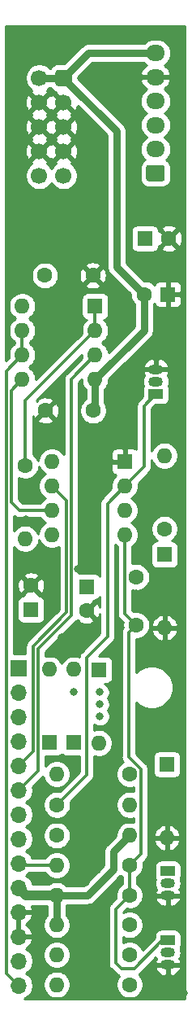
<source format=gbr>
%TF.GenerationSoftware,KiCad,Pcbnew,5.1.9+dfsg1-1~bpo10+1*%
%TF.CreationDate,2022-01-20T02:52:57+08:00*%
%TF.ProjectId,MiniADSR 1.1 - Main Board,4d696e69-4144-4535-9220-312e31202d20,rev?*%
%TF.SameCoordinates,Original*%
%TF.FileFunction,Copper,L1,Top*%
%TF.FilePolarity,Positive*%
%FSLAX46Y46*%
G04 Gerber Fmt 4.6, Leading zero omitted, Abs format (unit mm)*
G04 Created by KiCad (PCBNEW 5.1.9+dfsg1-1~bpo10+1) date 2022-01-20 02:52:57*
%MOMM*%
%LPD*%
G01*
G04 APERTURE LIST*
%TA.AperFunction,ComponentPad*%
%ADD10C,1.600000*%
%TD*%
%TA.AperFunction,ComponentPad*%
%ADD11O,1.600000X1.600000*%
%TD*%
%TA.AperFunction,ComponentPad*%
%ADD12R,1.600000X1.600000*%
%TD*%
%TA.AperFunction,ComponentPad*%
%ADD13R,1.700000X1.700000*%
%TD*%
%TA.AperFunction,ComponentPad*%
%ADD14O,1.700000X1.700000*%
%TD*%
%TA.AperFunction,ComponentPad*%
%ADD15O,1.950000X1.700000*%
%TD*%
%TA.AperFunction,ComponentPad*%
%ADD16C,1.700000*%
%TD*%
%TA.AperFunction,ComponentPad*%
%ADD17O,1.500000X1.050000*%
%TD*%
%TA.AperFunction,ComponentPad*%
%ADD18R,1.500000X1.050000*%
%TD*%
%TA.AperFunction,ViaPad*%
%ADD19C,0.800000*%
%TD*%
%TA.AperFunction,Conductor*%
%ADD20C,0.300000*%
%TD*%
%TA.AperFunction,Conductor*%
%ADD21C,0.750000*%
%TD*%
%TA.AperFunction,Conductor*%
%ADD22C,1.000000*%
%TD*%
%TA.AperFunction,Conductor*%
%ADD23C,0.254000*%
%TD*%
%TA.AperFunction,Conductor*%
%ADD24C,0.100000*%
%TD*%
G04 APERTURE END LIST*
D10*
%TO.P,C1,1*%
%TO.N,Net-(C1-Pad1)*%
X149300000Y-111000000D03*
%TO.P,C1,2*%
%TO.N,Net-(C1-Pad2)*%
X149300000Y-116000000D03*
%TD*%
D11*
%TO.P,D1,2*%
%TO.N,GND2*%
X152500000Y-138120000D03*
D12*
%TO.P,D1,1*%
%TO.N,Net-(D1-Pad1)*%
X152500000Y-130500000D03*
%TD*%
D10*
%TO.P,R5,1*%
%TO.N,Net-(C1-Pad1)*%
X152250000Y-106000000D03*
D11*
%TO.P,R5,2*%
%TO.N,Net-(Q3-Pad2)*%
X152250000Y-98380000D03*
%TD*%
D12*
%TO.P,D2,1*%
%TO.N,Net-(C1-Pad1)*%
X152250000Y-108675000D03*
D11*
%TO.P,D2,2*%
%TO.N,GND2*%
X152250000Y-116295000D03*
%TD*%
D12*
%TO.P,U1,1*%
%TO.N,GND2*%
X148100000Y-99000000D03*
D11*
%TO.P,U1,5*%
%TO.N,Net-(C2-Pad1)*%
X140480000Y-106620000D03*
%TO.P,U1,2*%
%TO.N,Net-(Q3-Pad1)*%
X148100000Y-101540000D03*
%TO.P,U1,6*%
%TO.N,Net-(C3-Pad1)*%
X140480000Y-104080000D03*
%TO.P,U1,3*%
%TO.N,Net-(R8-Pad1)*%
X148100000Y-104080000D03*
%TO.P,U1,7*%
%TO.N,B7*%
X140480000Y-101540000D03*
%TO.P,U1,4*%
%TO.N,Net-(C1-Pad2)*%
X148100000Y-106620000D03*
%TO.P,U1,8*%
%TO.N,+12V*%
X140480000Y-99000000D03*
%TD*%
D10*
%TO.P,C2,2*%
%TO.N,GND2*%
X144100000Y-114500000D03*
D12*
%TO.P,C2,1*%
%TO.N,Net-(C2-Pad1)*%
X144100000Y-112000000D03*
%TD*%
D13*
%TO.P,J6,1*%
%TO.N,B3*%
X137000000Y-120470000D03*
D14*
%TO.P,J6,2*%
%TO.N,B4*%
X137000000Y-123010000D03*
%TO.P,J6,3*%
%TO.N,B5*%
X137000000Y-125550000D03*
%TO.P,J6,4*%
%TO.N,B6*%
X137000000Y-128090000D03*
%TO.P,J6,5*%
%TO.N,B7*%
X137000000Y-130630000D03*
%TO.P,J6,6*%
%TO.N,B8*%
X137000000Y-133170000D03*
%TO.P,J6,7*%
%TO.N,B9*%
X137000000Y-135710000D03*
%TO.P,J6,8*%
%TO.N,B10*%
X137000000Y-138250000D03*
%TO.P,J6,9*%
%TO.N,B11*%
X137000000Y-140790000D03*
%TO.P,J6,10*%
%TO.N,+12V*%
X137000000Y-143330000D03*
%TO.P,J6,11*%
%TO.N,GND2*%
X137000000Y-145870000D03*
%TO.P,J6,12*%
X137000000Y-148410000D03*
%TO.P,J6,13*%
%TO.N,B1*%
X137000000Y-150950000D03*
%TO.P,J6,14*%
%TO.N,B2*%
X137000000Y-153490000D03*
%TD*%
D10*
%TO.P,R3,1*%
%TO.N,Net-(Q1-Pad1)*%
X148600000Y-150300000D03*
D11*
%TO.P,R3,2*%
%TO.N,Net-(Q2-Pad2)*%
X140980000Y-150300000D03*
%TD*%
D10*
%TO.P,R1,1*%
%TO.N,Net-(D1-Pad1)*%
X148600000Y-153400000D03*
D11*
%TO.P,R1,2*%
%TO.N,B1*%
X140980000Y-153400000D03*
%TD*%
%TO.P,R9,2*%
%TO.N,+12V*%
X148620000Y-137900000D03*
D10*
%TO.P,R9,1*%
%TO.N,B9*%
X141000000Y-137900000D03*
%TD*%
D11*
%TO.P,R10,2*%
%TO.N,B6*%
X137700000Y-107020000D03*
D10*
%TO.P,R10,1*%
%TO.N,Net-(R10-Pad1)*%
X137700000Y-99400000D03*
%TD*%
%TO.P,R8,1*%
%TO.N,Net-(R8-Pad1)*%
X148600000Y-131500000D03*
D11*
%TO.P,R8,2*%
%TO.N,B4*%
X140980000Y-131500000D03*
%TD*%
D10*
%TO.P,R7,1*%
%TO.N,Net-(C1-Pad2)*%
X148600000Y-141000000D03*
D11*
%TO.P,R7,2*%
%TO.N,B11*%
X140980000Y-141000000D03*
%TD*%
%TO.P,R6,2*%
%TO.N,+12V*%
X148620000Y-134700000D03*
D10*
%TO.P,R6,1*%
%TO.N,Net-(Q3-Pad1)*%
X141000000Y-134700000D03*
%TD*%
D11*
%TO.P,R4,2*%
%TO.N,+12V*%
X140980000Y-144100000D03*
D10*
%TO.P,R4,1*%
%TO.N,Net-(C1-Pad2)*%
X148600000Y-144100000D03*
%TD*%
D11*
%TO.P,R2,2*%
%TO.N,+12V*%
X140980000Y-147200000D03*
D10*
%TO.P,R2,1*%
%TO.N,Net-(Q1-Pad1)*%
X148600000Y-147200000D03*
%TD*%
D12*
%TO.P,C3,1*%
%TO.N,Net-(C3-Pad1)*%
X138300000Y-114400000D03*
D10*
%TO.P,C3,2*%
%TO.N,GND2*%
X138300000Y-111900000D03*
%TD*%
%TO.P,C4,2*%
%TO.N,GND2*%
X152700000Y-75800000D03*
D12*
%TO.P,C4,1*%
%TO.N,+12V*%
X150200000Y-75800000D03*
%TD*%
%TO.P,C5,1*%
%TO.N,GND2*%
X152600000Y-81600000D03*
D10*
%TO.P,C5,2*%
%TO.N,-12V*%
X150100000Y-81600000D03*
%TD*%
%TO.P,C6,2*%
%TO.N,GND2*%
X144750000Y-79650000D03*
%TO.P,C6,1*%
%TO.N,+12V*%
X139750000Y-79650000D03*
%TD*%
%TO.P,C7,1*%
%TO.N,GND2*%
X139800000Y-93700000D03*
%TO.P,C7,2*%
%TO.N,-12V*%
X144800000Y-93700000D03*
%TD*%
D11*
%TO.P,D3,2*%
%TO.N,Net-(C3-Pad1)*%
X142800000Y-120630000D03*
D12*
%TO.P,D3,1*%
%TO.N,B10*%
X142800000Y-128250000D03*
%TD*%
%TO.P,D4,1*%
%TO.N,Net-(C3-Pad1)*%
X145400000Y-120650000D03*
D11*
%TO.P,D4,2*%
%TO.N,B3*%
X145400000Y-128270000D03*
%TD*%
D12*
%TO.P,D5,1*%
%TO.N,B5*%
X140200000Y-128250000D03*
D11*
%TO.P,D5,2*%
%TO.N,Net-(C3-Pad1)*%
X140200000Y-120630000D03*
%TD*%
%TO.P,J3,1*%
%TO.N,N/C*%
%TA.AperFunction,ComponentPad*%
G36*
G01*
X152025000Y-69850000D02*
X150575000Y-69850000D01*
G75*
G02*
X150325000Y-69600000I0J250000D01*
G01*
X150325000Y-68400000D01*
G75*
G02*
X150575000Y-68150000I250000J0D01*
G01*
X152025000Y-68150000D01*
G75*
G02*
X152275000Y-68400000I0J-250000D01*
G01*
X152275000Y-69600000D01*
G75*
G02*
X152025000Y-69850000I-250000J0D01*
G01*
G37*
%TD.AperFunction*%
D15*
%TO.P,J3,2*%
X151300000Y-66500000D03*
%TO.P,J3,3*%
X151300000Y-64000000D03*
%TO.P,J3,4*%
%TO.N,+12V*%
X151300000Y-61500000D03*
%TO.P,J3,5*%
%TO.N,GND2*%
X151300000Y-59000000D03*
%TO.P,J3,6*%
%TO.N,-12V*%
X151300000Y-56500000D03*
%TD*%
%TO.P,J5,1*%
%TO.N,-12V*%
%TA.AperFunction,ComponentPad*%
G36*
G01*
X142550000Y-58500000D02*
X142550000Y-59700000D01*
G75*
G02*
X142300000Y-59950000I-250000J0D01*
G01*
X141100000Y-59950000D01*
G75*
G02*
X140850000Y-59700000I0J250000D01*
G01*
X140850000Y-58500000D01*
G75*
G02*
X141100000Y-58250000I250000J0D01*
G01*
X142300000Y-58250000D01*
G75*
G02*
X142550000Y-58500000I0J-250000D01*
G01*
G37*
%TD.AperFunction*%
D16*
%TO.P,J5,3*%
%TO.N,GND2*%
X141700000Y-61640000D03*
%TO.P,J5,5*%
X141700000Y-64180000D03*
%TO.P,J5,7*%
X141700000Y-66720000D03*
%TO.P,J5,9*%
%TO.N,+12V*%
X141700000Y-69260000D03*
%TO.P,J5,2*%
%TO.N,-12V*%
X139160000Y-59100000D03*
%TO.P,J5,4*%
%TO.N,GND2*%
X139160000Y-61640000D03*
%TO.P,J5,6*%
X139160000Y-64180000D03*
%TO.P,J5,8*%
X139160000Y-66720000D03*
%TO.P,J5,10*%
%TO.N,+12V*%
X139160000Y-69260000D03*
%TD*%
D11*
%TO.P,U2,8*%
%TO.N,+12V*%
X137380000Y-82850000D03*
%TO.P,U2,4*%
%TO.N,-12V*%
X145000000Y-90470000D03*
%TO.P,U2,7*%
%TO.N,B2*%
X137380000Y-85390000D03*
%TO.P,U2,3*%
%TO.N,B8*%
X145000000Y-87930000D03*
%TO.P,U2,6*%
%TO.N,B2*%
X137380000Y-87930000D03*
%TO.P,U2,2*%
%TO.N,Net-(R10-Pad1)*%
X145000000Y-85390000D03*
%TO.P,U2,5*%
%TO.N,Net-(C3-Pad1)*%
X137380000Y-90470000D03*
D12*
%TO.P,U2,1*%
%TO.N,Net-(R10-Pad1)*%
X145000000Y-82850000D03*
%TD*%
D17*
%TO.P,Q1,2*%
%TO.N,Net-(D1-Pad1)*%
X152600000Y-142870000D03*
%TO.P,Q1,3*%
%TO.N,GND2*%
X152600000Y-144140000D03*
D18*
%TO.P,Q1,1*%
%TO.N,Net-(Q1-Pad1)*%
X152600000Y-141600000D03*
%TD*%
%TO.P,Q2,1*%
%TO.N,Net-(C1-Pad2)*%
X152600000Y-148800000D03*
D17*
%TO.P,Q2,3*%
%TO.N,GND2*%
X152600000Y-151340000D03*
%TO.P,Q2,2*%
%TO.N,Net-(Q2-Pad2)*%
X152600000Y-150070000D03*
%TD*%
%TO.P,Q3,2*%
%TO.N,Net-(Q3-Pad2)*%
X151350000Y-90680000D03*
%TO.P,Q3,3*%
%TO.N,GND2*%
X151350000Y-89410000D03*
D18*
%TO.P,Q3,1*%
%TO.N,Net-(Q3-Pad1)*%
X151350000Y-91950000D03*
%TD*%
D19*
%TO.N,*%
X145500000Y-123000000D03*
X145500000Y-124250000D03*
X145500000Y-125500000D03*
X142750000Y-123000000D03*
%TO.N,GND2*%
X154250000Y-154250000D03*
X150300000Y-148600000D03*
X144000000Y-117250000D03*
X142750000Y-117250000D03*
X141500000Y-117250000D03*
X137000000Y-116500000D03*
X137000000Y-117500000D03*
X137000000Y-118500000D03*
X144250000Y-108750000D03*
X142750000Y-116250000D03*
X142750000Y-118250000D03*
X141500000Y-118250000D03*
X140750000Y-114250000D03*
X140750000Y-113000000D03*
X140750000Y-111750000D03*
X152250000Y-113500000D03*
X152250000Y-112500000D03*
X152250000Y-111500000D03*
X149250000Y-112750000D03*
X149250000Y-114000000D03*
X145750000Y-99000000D03*
X145750000Y-100250000D03*
X145750000Y-101500000D03*
X144250000Y-100250000D03*
X144250000Y-99000000D03*
X144250000Y-105750000D03*
X144250000Y-107250000D03*
X140750000Y-110500000D03*
X140750000Y-109250000D03*
X145250000Y-131500000D03*
X145250000Y-132750000D03*
X145250000Y-134000000D03*
X145250000Y-135250000D03*
X145250000Y-136500000D03*
X145250000Y-137750000D03*
X145250000Y-139000000D03*
X145250000Y-140250000D03*
X145250000Y-141500000D03*
X144000000Y-141500000D03*
X144000000Y-140250000D03*
X144000000Y-139000000D03*
X144000000Y-137750000D03*
X144000000Y-136500000D03*
X144000000Y-135250000D03*
X144000000Y-134000000D03*
X144000000Y-142750000D03*
X144000000Y-145500000D03*
X144000000Y-146750000D03*
X144000000Y-148000000D03*
X144000000Y-149500000D03*
X144000000Y-150750000D03*
X144000000Y-152000000D03*
X145250000Y-152000000D03*
X145250000Y-150750000D03*
X145250000Y-149500000D03*
X145250000Y-148000000D03*
X145250000Y-146750000D03*
X145250000Y-145500000D03*
X145250000Y-153250000D03*
X146500000Y-153250000D03*
X146500000Y-152000000D03*
X137750000Y-101250000D03*
X137750000Y-102500000D03*
X137750000Y-105000000D03*
X143190000Y-110190000D03*
%TD*%
D20*
%TO.N,Net-(C1-Pad2)*%
X149770001Y-139829999D02*
X148600000Y-141000000D01*
X149770001Y-130967999D02*
X149770001Y-139829999D01*
X148500001Y-129697999D02*
X149770001Y-130967999D01*
X148500001Y-116799999D02*
X148500001Y-129697999D01*
X149300000Y-116000000D02*
X148500001Y-116799999D01*
X148100000Y-114800000D02*
X149300000Y-116000000D01*
X148100000Y-106620000D02*
X148100000Y-114800000D01*
X148600000Y-141000000D02*
X148600000Y-144100000D01*
X147150000Y-145550000D02*
X148600000Y-144100000D01*
X147720000Y-151720000D02*
X147150000Y-151150000D01*
X149100000Y-151720000D02*
X147720000Y-151720000D01*
X152600000Y-148800000D02*
X152020000Y-148800000D01*
X147150000Y-151150000D02*
X147150000Y-145550000D01*
X152020000Y-148800000D02*
X149100000Y-151720000D01*
%TO.N,Net-(C3-Pad1)*%
X136250000Y-91600000D02*
X137380000Y-90470000D01*
X136250000Y-103250000D02*
X136250000Y-91600000D01*
X140480000Y-104080000D02*
X137080000Y-104080000D01*
X137080000Y-104080000D02*
X136250000Y-103250000D01*
D21*
%TO.N,+12V*%
X140980000Y-144100000D02*
X140980000Y-147200000D01*
D22*
X137770000Y-144100000D02*
X137000000Y-143330000D01*
X140980000Y-144100000D02*
X137770000Y-144100000D01*
D21*
X146925000Y-141375000D02*
X146925000Y-139595000D01*
X146925000Y-139595000D02*
X148620000Y-137900000D01*
X140980000Y-144100000D02*
X144200000Y-144100000D01*
X144200000Y-144100000D02*
X146925000Y-141375000D01*
%TO.N,-12V*%
X150100000Y-85370000D02*
X145000000Y-90470000D01*
X150100000Y-81600000D02*
X150100000Y-85370000D01*
X145000000Y-93500000D02*
X144800000Y-93700000D01*
X145000000Y-90470000D02*
X145000000Y-93500000D01*
X144300000Y-56500000D02*
X141700000Y-59100000D01*
X151300000Y-56500000D02*
X144300000Y-56500000D01*
X141700000Y-59100000D02*
X139160000Y-59100000D01*
X141700000Y-59100000D02*
X147250000Y-64650000D01*
X147250000Y-78750000D02*
X150100000Y-81600000D01*
X147250000Y-64650000D02*
X147250000Y-78750000D01*
D20*
%TO.N,Net-(Q3-Pad1)*%
X144100000Y-131600000D02*
X141000000Y-134700000D01*
X144100000Y-119400000D02*
X144100000Y-131600000D01*
X146274990Y-117225010D02*
X144100000Y-119400000D01*
X148100000Y-101540000D02*
X146274990Y-103365010D01*
X146274990Y-103365010D02*
X146274990Y-117225010D01*
X150100000Y-99540000D02*
X148100000Y-101540000D01*
X151350000Y-91950000D02*
X150100000Y-93200000D01*
X150100000Y-93200000D02*
X150100000Y-99540000D01*
%TO.N,Net-(R10-Pad1)*%
X137700000Y-92690000D02*
X137700000Y-99400000D01*
X145000000Y-85390000D02*
X137700000Y-92690000D01*
X145000000Y-82850000D02*
X145000000Y-85390000D01*
%TO.N,B2*%
X137380000Y-85390000D02*
X137380000Y-87930000D01*
X137000000Y-153490000D02*
X135749989Y-152239989D01*
X135749989Y-152239989D02*
X135749989Y-89560011D01*
X135749989Y-89560011D02*
X137380000Y-87930000D01*
%TO.N,B7*%
X142000000Y-103060000D02*
X140480000Y-101540000D01*
X138499992Y-118200008D02*
X142000000Y-114700000D01*
X142000000Y-114700000D02*
X142000000Y-103060000D01*
X137000000Y-130630000D02*
X138499992Y-129130008D01*
X138499992Y-129130008D02*
X138499992Y-118200008D01*
%TO.N,B8*%
X142500000Y-90430000D02*
X145000000Y-87930000D01*
X142500000Y-115000000D02*
X142500000Y-90430000D01*
X139000000Y-118500000D02*
X142500000Y-115000000D01*
X137000000Y-133170000D02*
X139000000Y-131170000D01*
X139000000Y-131170000D02*
X139000000Y-118500000D01*
%TO.N,B11*%
X137210000Y-141000000D02*
X137000000Y-140790000D01*
X140980000Y-141000000D02*
X137210000Y-141000000D01*
%TD*%
D23*
%TO.N,GND2*%
X154340001Y-154840000D02*
X137621303Y-154840000D01*
X137703411Y-154805990D01*
X137946632Y-154643475D01*
X138153475Y-154436632D01*
X138315990Y-154193411D01*
X138427932Y-153923158D01*
X138485000Y-153636260D01*
X138485000Y-153343740D01*
X138468078Y-153258665D01*
X139545000Y-153258665D01*
X139545000Y-153541335D01*
X139600147Y-153818574D01*
X139708320Y-154079727D01*
X139865363Y-154314759D01*
X140065241Y-154514637D01*
X140300273Y-154671680D01*
X140561426Y-154779853D01*
X140838665Y-154835000D01*
X141121335Y-154835000D01*
X141398574Y-154779853D01*
X141659727Y-154671680D01*
X141894759Y-154514637D01*
X142094637Y-154314759D01*
X142251680Y-154079727D01*
X142359853Y-153818574D01*
X142415000Y-153541335D01*
X142415000Y-153258665D01*
X142359853Y-152981426D01*
X142251680Y-152720273D01*
X142094637Y-152485241D01*
X141894759Y-152285363D01*
X141659727Y-152128320D01*
X141398574Y-152020147D01*
X141121335Y-151965000D01*
X140838665Y-151965000D01*
X140561426Y-152020147D01*
X140300273Y-152128320D01*
X140065241Y-152285363D01*
X139865363Y-152485241D01*
X139708320Y-152720273D01*
X139600147Y-152981426D01*
X139545000Y-153258665D01*
X138468078Y-153258665D01*
X138427932Y-153056842D01*
X138315990Y-152786589D01*
X138153475Y-152543368D01*
X137946632Y-152336525D01*
X137772240Y-152220000D01*
X137946632Y-152103475D01*
X138153475Y-151896632D01*
X138315990Y-151653411D01*
X138427932Y-151383158D01*
X138485000Y-151096260D01*
X138485000Y-150803740D01*
X138427932Y-150516842D01*
X138315990Y-150246589D01*
X138257242Y-150158665D01*
X139545000Y-150158665D01*
X139545000Y-150441335D01*
X139600147Y-150718574D01*
X139708320Y-150979727D01*
X139865363Y-151214759D01*
X140065241Y-151414637D01*
X140300273Y-151571680D01*
X140561426Y-151679853D01*
X140838665Y-151735000D01*
X141121335Y-151735000D01*
X141398574Y-151679853D01*
X141659727Y-151571680D01*
X141894759Y-151414637D01*
X142094637Y-151214759D01*
X142251680Y-150979727D01*
X142359853Y-150718574D01*
X142415000Y-150441335D01*
X142415000Y-150158665D01*
X142359853Y-149881426D01*
X142251680Y-149620273D01*
X142094637Y-149385241D01*
X141894759Y-149185363D01*
X141659727Y-149028320D01*
X141398574Y-148920147D01*
X141121335Y-148865000D01*
X140838665Y-148865000D01*
X140561426Y-148920147D01*
X140300273Y-149028320D01*
X140065241Y-149185363D01*
X139865363Y-149385241D01*
X139708320Y-149620273D01*
X139600147Y-149881426D01*
X139545000Y-150158665D01*
X138257242Y-150158665D01*
X138153475Y-150003368D01*
X137946632Y-149796525D01*
X137764466Y-149674805D01*
X137881355Y-149605178D01*
X138097588Y-149410269D01*
X138271641Y-149176920D01*
X138396825Y-148914099D01*
X138441476Y-148766890D01*
X138320155Y-148537000D01*
X137127000Y-148537000D01*
X137127000Y-148557000D01*
X136873000Y-148557000D01*
X136873000Y-148537000D01*
X136853000Y-148537000D01*
X136853000Y-148283000D01*
X136873000Y-148283000D01*
X136873000Y-145997000D01*
X137127000Y-145997000D01*
X137127000Y-148283000D01*
X138320155Y-148283000D01*
X138441476Y-148053110D01*
X138396825Y-147905901D01*
X138271641Y-147643080D01*
X138097588Y-147409731D01*
X137881355Y-147214822D01*
X137755745Y-147140000D01*
X137881355Y-147065178D01*
X138097588Y-146870269D01*
X138271641Y-146636920D01*
X138396825Y-146374099D01*
X138441476Y-146226890D01*
X138320155Y-145997000D01*
X137127000Y-145997000D01*
X136873000Y-145997000D01*
X136853000Y-145997000D01*
X136853000Y-145743000D01*
X136873000Y-145743000D01*
X136873000Y-145723000D01*
X137127000Y-145723000D01*
X137127000Y-145743000D01*
X138320155Y-145743000D01*
X138441476Y-145513110D01*
X138396825Y-145365901D01*
X138334476Y-145235000D01*
X139970000Y-145235000D01*
X139970001Y-146180603D01*
X139865363Y-146285241D01*
X139708320Y-146520273D01*
X139600147Y-146781426D01*
X139545000Y-147058665D01*
X139545000Y-147341335D01*
X139600147Y-147618574D01*
X139708320Y-147879727D01*
X139865363Y-148114759D01*
X140065241Y-148314637D01*
X140300273Y-148471680D01*
X140561426Y-148579853D01*
X140838665Y-148635000D01*
X141121335Y-148635000D01*
X141398574Y-148579853D01*
X141659727Y-148471680D01*
X141894759Y-148314637D01*
X142094637Y-148114759D01*
X142251680Y-147879727D01*
X142359853Y-147618574D01*
X142415000Y-147341335D01*
X142415000Y-147058665D01*
X142359853Y-146781426D01*
X142251680Y-146520273D01*
X142094637Y-146285241D01*
X141990000Y-146180604D01*
X141990000Y-145119396D01*
X141999396Y-145110000D01*
X144150392Y-145110000D01*
X144200000Y-145114886D01*
X144397994Y-145095385D01*
X144507179Y-145062264D01*
X144588380Y-145037632D01*
X144763840Y-144943847D01*
X144917633Y-144817633D01*
X144949261Y-144779094D01*
X147604100Y-142124256D01*
X147642633Y-142092633D01*
X147651920Y-142081316D01*
X147685241Y-142114637D01*
X147815000Y-142201339D01*
X147815001Y-142898661D01*
X147685241Y-142985363D01*
X147485363Y-143185241D01*
X147328320Y-143420273D01*
X147220147Y-143681426D01*
X147165000Y-143958665D01*
X147165000Y-144241335D01*
X147195446Y-144394397D01*
X146622185Y-144967658D01*
X146592237Y-144992236D01*
X146567659Y-145022184D01*
X146567655Y-145022188D01*
X146554981Y-145037632D01*
X146494139Y-145111767D01*
X146455177Y-145184660D01*
X146421246Y-145248141D01*
X146376359Y-145396114D01*
X146361203Y-145550000D01*
X146365001Y-145588563D01*
X146365000Y-151111447D01*
X146361203Y-151150000D01*
X146365000Y-151188553D01*
X146365000Y-151188560D01*
X146376359Y-151303886D01*
X146421246Y-151451859D01*
X146494138Y-151588232D01*
X146592236Y-151707764D01*
X146622190Y-151732347D01*
X147137653Y-152247810D01*
X147162236Y-152277764D01*
X147281767Y-152375862D01*
X147392408Y-152435000D01*
X147418140Y-152448754D01*
X147497712Y-152472892D01*
X147485363Y-152485241D01*
X147328320Y-152720273D01*
X147220147Y-152981426D01*
X147165000Y-153258665D01*
X147165000Y-153541335D01*
X147220147Y-153818574D01*
X147328320Y-154079727D01*
X147485363Y-154314759D01*
X147685241Y-154514637D01*
X147920273Y-154671680D01*
X148181426Y-154779853D01*
X148458665Y-154835000D01*
X148741335Y-154835000D01*
X149018574Y-154779853D01*
X149279727Y-154671680D01*
X149514759Y-154514637D01*
X149714637Y-154314759D01*
X149871680Y-154079727D01*
X149979853Y-153818574D01*
X150035000Y-153541335D01*
X150035000Y-153258665D01*
X149979853Y-152981426D01*
X149871680Y-152720273D01*
X149714637Y-152485241D01*
X149575046Y-152345650D01*
X149657764Y-152277764D01*
X149682347Y-152247810D01*
X150284347Y-151645810D01*
X151256036Y-151645810D01*
X151264728Y-151707337D01*
X151357725Y-151916882D01*
X151489816Y-152104258D01*
X151655924Y-152262264D01*
X151849666Y-152384828D01*
X152063596Y-152467239D01*
X152289493Y-152506331D01*
X152473000Y-152346598D01*
X152473000Y-151467000D01*
X152727000Y-151467000D01*
X152727000Y-152346598D01*
X152910507Y-152506331D01*
X153136404Y-152467239D01*
X153350334Y-152384828D01*
X153544076Y-152262264D01*
X153710184Y-152104258D01*
X153842275Y-151916882D01*
X153935272Y-151707337D01*
X153943964Y-151645810D01*
X153818163Y-151467000D01*
X152727000Y-151467000D01*
X152473000Y-151467000D01*
X151381837Y-151467000D01*
X151256036Y-151645810D01*
X150284347Y-151645810D01*
X151338515Y-150591642D01*
X151398929Y-150704669D01*
X151357725Y-150763118D01*
X151264728Y-150972663D01*
X151256036Y-151034190D01*
X151381837Y-151213000D01*
X152146891Y-151213000D01*
X152147600Y-151213215D01*
X152318021Y-151230000D01*
X152881979Y-151230000D01*
X153052400Y-151213215D01*
X153053109Y-151213000D01*
X153818163Y-151213000D01*
X153943964Y-151034190D01*
X153935272Y-150972663D01*
X153842275Y-150763118D01*
X153801071Y-150704669D01*
X153901885Y-150516060D01*
X153968215Y-150297400D01*
X153990612Y-150070000D01*
X153968215Y-149842600D01*
X153904907Y-149633902D01*
X153939502Y-149569180D01*
X153975812Y-149449482D01*
X153988072Y-149325000D01*
X153988072Y-148275000D01*
X153975812Y-148150518D01*
X153939502Y-148030820D01*
X153880537Y-147920506D01*
X153801185Y-147823815D01*
X153704494Y-147744463D01*
X153594180Y-147685498D01*
X153474482Y-147649188D01*
X153350000Y-147636928D01*
X151850000Y-147636928D01*
X151725518Y-147649188D01*
X151605820Y-147685498D01*
X151495506Y-147744463D01*
X151398815Y-147823815D01*
X151319463Y-147920506D01*
X151260498Y-148030820D01*
X151224188Y-148150518D01*
X151211928Y-148275000D01*
X151211928Y-148497915D01*
X149935498Y-149774345D01*
X149871680Y-149620273D01*
X149714637Y-149385241D01*
X149514759Y-149185363D01*
X149279727Y-149028320D01*
X149018574Y-148920147D01*
X148741335Y-148865000D01*
X148458665Y-148865000D01*
X148181426Y-148920147D01*
X147935000Y-149022220D01*
X147935000Y-148477780D01*
X148181426Y-148579853D01*
X148458665Y-148635000D01*
X148741335Y-148635000D01*
X149018574Y-148579853D01*
X149279727Y-148471680D01*
X149514759Y-148314637D01*
X149714637Y-148114759D01*
X149871680Y-147879727D01*
X149979853Y-147618574D01*
X150035000Y-147341335D01*
X150035000Y-147058665D01*
X149979853Y-146781426D01*
X149871680Y-146520273D01*
X149714637Y-146285241D01*
X149514759Y-146085363D01*
X149279727Y-145928320D01*
X149018574Y-145820147D01*
X148741335Y-145765000D01*
X148458665Y-145765000D01*
X148181426Y-145820147D01*
X147935000Y-145922220D01*
X147935000Y-145875157D01*
X148305603Y-145504554D01*
X148458665Y-145535000D01*
X148741335Y-145535000D01*
X149018574Y-145479853D01*
X149279727Y-145371680D01*
X149514759Y-145214637D01*
X149714637Y-145014759D01*
X149871680Y-144779727D01*
X149979853Y-144518574D01*
X149994326Y-144445810D01*
X151256036Y-144445810D01*
X151264728Y-144507337D01*
X151357725Y-144716882D01*
X151489816Y-144904258D01*
X151655924Y-145062264D01*
X151849666Y-145184828D01*
X152063596Y-145267239D01*
X152289493Y-145306331D01*
X152473000Y-145146598D01*
X152473000Y-144267000D01*
X152727000Y-144267000D01*
X152727000Y-145146598D01*
X152910507Y-145306331D01*
X153136404Y-145267239D01*
X153350334Y-145184828D01*
X153544076Y-145062264D01*
X153710184Y-144904258D01*
X153842275Y-144716882D01*
X153935272Y-144507337D01*
X153943964Y-144445810D01*
X153818163Y-144267000D01*
X152727000Y-144267000D01*
X152473000Y-144267000D01*
X151381837Y-144267000D01*
X151256036Y-144445810D01*
X149994326Y-144445810D01*
X150035000Y-144241335D01*
X150035000Y-143958665D01*
X149979853Y-143681426D01*
X149871680Y-143420273D01*
X149714637Y-143185241D01*
X149514759Y-142985363D01*
X149385000Y-142898661D01*
X149385000Y-142870000D01*
X151209388Y-142870000D01*
X151231785Y-143097400D01*
X151298115Y-143316060D01*
X151398929Y-143504669D01*
X151357725Y-143563118D01*
X151264728Y-143772663D01*
X151256036Y-143834190D01*
X151381837Y-144013000D01*
X152146891Y-144013000D01*
X152147600Y-144013215D01*
X152318021Y-144030000D01*
X152881979Y-144030000D01*
X153052400Y-144013215D01*
X153053109Y-144013000D01*
X153818163Y-144013000D01*
X153943964Y-143834190D01*
X153935272Y-143772663D01*
X153842275Y-143563118D01*
X153801071Y-143504669D01*
X153901885Y-143316060D01*
X153968215Y-143097400D01*
X153990612Y-142870000D01*
X153968215Y-142642600D01*
X153904907Y-142433902D01*
X153939502Y-142369180D01*
X153975812Y-142249482D01*
X153988072Y-142125000D01*
X153988072Y-141075000D01*
X153975812Y-140950518D01*
X153939502Y-140830820D01*
X153880537Y-140720506D01*
X153801185Y-140623815D01*
X153704494Y-140544463D01*
X153594180Y-140485498D01*
X153474482Y-140449188D01*
X153350000Y-140436928D01*
X151850000Y-140436928D01*
X151725518Y-140449188D01*
X151605820Y-140485498D01*
X151495506Y-140544463D01*
X151398815Y-140623815D01*
X151319463Y-140720506D01*
X151260498Y-140830820D01*
X151224188Y-140950518D01*
X151211928Y-141075000D01*
X151211928Y-142125000D01*
X151224188Y-142249482D01*
X151260498Y-142369180D01*
X151295093Y-142433902D01*
X151231785Y-142642600D01*
X151209388Y-142870000D01*
X149385000Y-142870000D01*
X149385000Y-142201339D01*
X149514759Y-142114637D01*
X149714637Y-141914759D01*
X149871680Y-141679727D01*
X149979853Y-141418574D01*
X150035000Y-141141335D01*
X150035000Y-140858665D01*
X150004554Y-140705604D01*
X150297816Y-140412341D01*
X150327765Y-140387763D01*
X150425863Y-140268232D01*
X150498755Y-140131859D01*
X150543642Y-139983886D01*
X150555001Y-139868560D01*
X150555001Y-139868553D01*
X150558798Y-139830000D01*
X150555001Y-139791447D01*
X150555001Y-138469040D01*
X151108091Y-138469040D01*
X151202930Y-138733881D01*
X151347615Y-138975131D01*
X151536586Y-139183519D01*
X151762580Y-139351037D01*
X152016913Y-139471246D01*
X152150961Y-139511904D01*
X152373000Y-139389915D01*
X152373000Y-138247000D01*
X152627000Y-138247000D01*
X152627000Y-139389915D01*
X152849039Y-139511904D01*
X152983087Y-139471246D01*
X153237420Y-139351037D01*
X153463414Y-139183519D01*
X153652385Y-138975131D01*
X153797070Y-138733881D01*
X153891909Y-138469040D01*
X153770624Y-138247000D01*
X152627000Y-138247000D01*
X152373000Y-138247000D01*
X151229376Y-138247000D01*
X151108091Y-138469040D01*
X150555001Y-138469040D01*
X150555001Y-137770960D01*
X151108091Y-137770960D01*
X151229376Y-137993000D01*
X152373000Y-137993000D01*
X152373000Y-136850085D01*
X152627000Y-136850085D01*
X152627000Y-137993000D01*
X153770624Y-137993000D01*
X153891909Y-137770960D01*
X153797070Y-137506119D01*
X153652385Y-137264869D01*
X153463414Y-137056481D01*
X153237420Y-136888963D01*
X152983087Y-136768754D01*
X152849039Y-136728096D01*
X152627000Y-136850085D01*
X152373000Y-136850085D01*
X152150961Y-136728096D01*
X152016913Y-136768754D01*
X151762580Y-136888963D01*
X151536586Y-137056481D01*
X151347615Y-137264869D01*
X151202930Y-137506119D01*
X151108091Y-137770960D01*
X150555001Y-137770960D01*
X150555001Y-131006551D01*
X150558798Y-130967998D01*
X150555001Y-130929445D01*
X150555001Y-130929438D01*
X150543642Y-130814112D01*
X150498755Y-130666139D01*
X150425863Y-130529766D01*
X150376451Y-130469558D01*
X150352346Y-130440186D01*
X150352343Y-130440183D01*
X150327765Y-130410235D01*
X150297818Y-130385658D01*
X149612160Y-129700000D01*
X151061928Y-129700000D01*
X151061928Y-131300000D01*
X151074188Y-131424482D01*
X151110498Y-131544180D01*
X151169463Y-131654494D01*
X151248815Y-131751185D01*
X151345506Y-131830537D01*
X151455820Y-131889502D01*
X151575518Y-131925812D01*
X151700000Y-131938072D01*
X153300000Y-131938072D01*
X153424482Y-131925812D01*
X153544180Y-131889502D01*
X153654494Y-131830537D01*
X153751185Y-131751185D01*
X153830537Y-131654494D01*
X153889502Y-131544180D01*
X153925812Y-131424482D01*
X153938072Y-131300000D01*
X153938072Y-129700000D01*
X153925812Y-129575518D01*
X153889502Y-129455820D01*
X153830537Y-129345506D01*
X153751185Y-129248815D01*
X153654494Y-129169463D01*
X153544180Y-129110498D01*
X153424482Y-129074188D01*
X153300000Y-129061928D01*
X151700000Y-129061928D01*
X151575518Y-129074188D01*
X151455820Y-129110498D01*
X151345506Y-129169463D01*
X151248815Y-129248815D01*
X151169463Y-129345506D01*
X151110498Y-129455820D01*
X151074188Y-129575518D01*
X151061928Y-129700000D01*
X149612160Y-129700000D01*
X149285001Y-129372842D01*
X149285001Y-124045768D01*
X149475271Y-124236038D01*
X149841331Y-124480631D01*
X150248075Y-124649110D01*
X150679872Y-124735000D01*
X151120128Y-124735000D01*
X151551925Y-124649110D01*
X151958669Y-124480631D01*
X152324729Y-124236038D01*
X152636038Y-123924729D01*
X152880631Y-123558669D01*
X153049110Y-123151925D01*
X153135000Y-122720128D01*
X153135000Y-122279872D01*
X153049110Y-121848075D01*
X152880631Y-121441331D01*
X152636038Y-121075271D01*
X152324729Y-120763962D01*
X151958669Y-120519369D01*
X151551925Y-120350890D01*
X151120128Y-120265000D01*
X150679872Y-120265000D01*
X150248075Y-120350890D01*
X149841331Y-120519369D01*
X149475271Y-120763962D01*
X149285001Y-120954232D01*
X149285001Y-117435000D01*
X149441335Y-117435000D01*
X149718574Y-117379853D01*
X149979727Y-117271680D01*
X150214759Y-117114637D01*
X150414637Y-116914759D01*
X150571680Y-116679727D01*
X150586462Y-116644040D01*
X150858091Y-116644040D01*
X150952930Y-116908881D01*
X151097615Y-117150131D01*
X151286586Y-117358519D01*
X151512580Y-117526037D01*
X151766913Y-117646246D01*
X151900961Y-117686904D01*
X152123000Y-117564915D01*
X152123000Y-116422000D01*
X152377000Y-116422000D01*
X152377000Y-117564915D01*
X152599039Y-117686904D01*
X152733087Y-117646246D01*
X152987420Y-117526037D01*
X153213414Y-117358519D01*
X153402385Y-117150131D01*
X153547070Y-116908881D01*
X153641909Y-116644040D01*
X153520624Y-116422000D01*
X152377000Y-116422000D01*
X152123000Y-116422000D01*
X150979376Y-116422000D01*
X150858091Y-116644040D01*
X150586462Y-116644040D01*
X150679853Y-116418574D01*
X150735000Y-116141335D01*
X150735000Y-115945960D01*
X150858091Y-115945960D01*
X150979376Y-116168000D01*
X152123000Y-116168000D01*
X152123000Y-115025085D01*
X152377000Y-115025085D01*
X152377000Y-116168000D01*
X153520624Y-116168000D01*
X153641909Y-115945960D01*
X153547070Y-115681119D01*
X153402385Y-115439869D01*
X153213414Y-115231481D01*
X152987420Y-115063963D01*
X152733087Y-114943754D01*
X152599039Y-114903096D01*
X152377000Y-115025085D01*
X152123000Y-115025085D01*
X151900961Y-114903096D01*
X151766913Y-114943754D01*
X151512580Y-115063963D01*
X151286586Y-115231481D01*
X151097615Y-115439869D01*
X150952930Y-115681119D01*
X150858091Y-115945960D01*
X150735000Y-115945960D01*
X150735000Y-115858665D01*
X150679853Y-115581426D01*
X150571680Y-115320273D01*
X150414637Y-115085241D01*
X150214759Y-114885363D01*
X149979727Y-114728320D01*
X149718574Y-114620147D01*
X149441335Y-114565000D01*
X149158665Y-114565000D01*
X149005604Y-114595446D01*
X148885000Y-114474843D01*
X148885000Y-112380564D01*
X149158665Y-112435000D01*
X149441335Y-112435000D01*
X149718574Y-112379853D01*
X149979727Y-112271680D01*
X150214759Y-112114637D01*
X150414637Y-111914759D01*
X150571680Y-111679727D01*
X150679853Y-111418574D01*
X150735000Y-111141335D01*
X150735000Y-110858665D01*
X150679853Y-110581426D01*
X150571680Y-110320273D01*
X150414637Y-110085241D01*
X150214759Y-109885363D01*
X149979727Y-109728320D01*
X149718574Y-109620147D01*
X149441335Y-109565000D01*
X149158665Y-109565000D01*
X148885000Y-109619436D01*
X148885000Y-107875000D01*
X150811928Y-107875000D01*
X150811928Y-109475000D01*
X150824188Y-109599482D01*
X150860498Y-109719180D01*
X150919463Y-109829494D01*
X150998815Y-109926185D01*
X151095506Y-110005537D01*
X151205820Y-110064502D01*
X151325518Y-110100812D01*
X151450000Y-110113072D01*
X153050000Y-110113072D01*
X153174482Y-110100812D01*
X153294180Y-110064502D01*
X153404494Y-110005537D01*
X153501185Y-109926185D01*
X153580537Y-109829494D01*
X153639502Y-109719180D01*
X153675812Y-109599482D01*
X153688072Y-109475000D01*
X153688072Y-107875000D01*
X153675812Y-107750518D01*
X153639502Y-107630820D01*
X153580537Y-107520506D01*
X153501185Y-107423815D01*
X153404494Y-107344463D01*
X153294180Y-107285498D01*
X153174482Y-107249188D01*
X153050000Y-107236928D01*
X152981737Y-107236928D01*
X153164759Y-107114637D01*
X153364637Y-106914759D01*
X153521680Y-106679727D01*
X153629853Y-106418574D01*
X153685000Y-106141335D01*
X153685000Y-105858665D01*
X153629853Y-105581426D01*
X153521680Y-105320273D01*
X153364637Y-105085241D01*
X153164759Y-104885363D01*
X152929727Y-104728320D01*
X152668574Y-104620147D01*
X152391335Y-104565000D01*
X152108665Y-104565000D01*
X151831426Y-104620147D01*
X151570273Y-104728320D01*
X151335241Y-104885363D01*
X151135363Y-105085241D01*
X150978320Y-105320273D01*
X150870147Y-105581426D01*
X150815000Y-105858665D01*
X150815000Y-106141335D01*
X150870147Y-106418574D01*
X150978320Y-106679727D01*
X151135363Y-106914759D01*
X151335241Y-107114637D01*
X151518263Y-107236928D01*
X151450000Y-107236928D01*
X151325518Y-107249188D01*
X151205820Y-107285498D01*
X151095506Y-107344463D01*
X150998815Y-107423815D01*
X150919463Y-107520506D01*
X150860498Y-107630820D01*
X150824188Y-107750518D01*
X150811928Y-107875000D01*
X148885000Y-107875000D01*
X148885000Y-107821339D01*
X149014759Y-107734637D01*
X149214637Y-107534759D01*
X149371680Y-107299727D01*
X149479853Y-107038574D01*
X149535000Y-106761335D01*
X149535000Y-106478665D01*
X149479853Y-106201426D01*
X149371680Y-105940273D01*
X149214637Y-105705241D01*
X149014759Y-105505363D01*
X148782241Y-105350000D01*
X149014759Y-105194637D01*
X149214637Y-104994759D01*
X149371680Y-104759727D01*
X149479853Y-104498574D01*
X149535000Y-104221335D01*
X149535000Y-103938665D01*
X149479853Y-103661426D01*
X149371680Y-103400273D01*
X149214637Y-103165241D01*
X149014759Y-102965363D01*
X148782241Y-102810000D01*
X149014759Y-102654637D01*
X149214637Y-102454759D01*
X149371680Y-102219727D01*
X149479853Y-101958574D01*
X149535000Y-101681335D01*
X149535000Y-101398665D01*
X149504554Y-101245604D01*
X150627816Y-100122342D01*
X150657764Y-100097764D01*
X150755862Y-99978233D01*
X150828754Y-99841860D01*
X150841452Y-99800000D01*
X150873641Y-99693888D01*
X150877798Y-99651680D01*
X150885000Y-99578561D01*
X150885000Y-99578554D01*
X150888797Y-99540001D01*
X150885000Y-99501448D01*
X150885000Y-98834432D01*
X150978320Y-99059727D01*
X151135363Y-99294759D01*
X151335241Y-99494637D01*
X151570273Y-99651680D01*
X151831426Y-99759853D01*
X152108665Y-99815000D01*
X152391335Y-99815000D01*
X152668574Y-99759853D01*
X152929727Y-99651680D01*
X153164759Y-99494637D01*
X153364637Y-99294759D01*
X153521680Y-99059727D01*
X153629853Y-98798574D01*
X153685000Y-98521335D01*
X153685000Y-98238665D01*
X153629853Y-97961426D01*
X153521680Y-97700273D01*
X153364637Y-97465241D01*
X153164759Y-97265363D01*
X152929727Y-97108320D01*
X152668574Y-97000147D01*
X152391335Y-96945000D01*
X152108665Y-96945000D01*
X151831426Y-97000147D01*
X151570273Y-97108320D01*
X151335241Y-97265363D01*
X151135363Y-97465241D01*
X150978320Y-97700273D01*
X150885000Y-97925568D01*
X150885000Y-93525157D01*
X151297086Y-93113072D01*
X152100000Y-93113072D01*
X152224482Y-93100812D01*
X152344180Y-93064502D01*
X152454494Y-93005537D01*
X152551185Y-92926185D01*
X152630537Y-92829494D01*
X152689502Y-92719180D01*
X152725812Y-92599482D01*
X152738072Y-92475000D01*
X152738072Y-91425000D01*
X152725812Y-91300518D01*
X152689502Y-91180820D01*
X152654907Y-91116098D01*
X152718215Y-90907400D01*
X152740612Y-90680000D01*
X152718215Y-90452600D01*
X152651885Y-90233940D01*
X152551071Y-90045331D01*
X152592275Y-89986882D01*
X152685272Y-89777337D01*
X152693964Y-89715810D01*
X152568163Y-89537000D01*
X151803109Y-89537000D01*
X151802400Y-89536785D01*
X151631979Y-89520000D01*
X151068021Y-89520000D01*
X150897600Y-89536785D01*
X150896891Y-89537000D01*
X150131837Y-89537000D01*
X150006036Y-89715810D01*
X150014728Y-89777337D01*
X150107725Y-89986882D01*
X150148929Y-90045331D01*
X150048115Y-90233940D01*
X149981785Y-90452600D01*
X149959388Y-90680000D01*
X149981785Y-90907400D01*
X150045093Y-91116098D01*
X150010498Y-91180820D01*
X149974188Y-91300518D01*
X149961928Y-91425000D01*
X149961928Y-92227915D01*
X149572190Y-92617653D01*
X149542236Y-92642236D01*
X149444138Y-92761768D01*
X149371246Y-92898141D01*
X149326359Y-93046114D01*
X149315000Y-93161440D01*
X149315000Y-93161447D01*
X149311203Y-93200000D01*
X149315000Y-93238553D01*
X149315001Y-97719119D01*
X149254494Y-97669463D01*
X149144180Y-97610498D01*
X149024482Y-97574188D01*
X148900000Y-97561928D01*
X148385750Y-97565000D01*
X148227000Y-97723750D01*
X148227000Y-98873000D01*
X148247000Y-98873000D01*
X148247000Y-99127000D01*
X148227000Y-99127000D01*
X148227000Y-99147000D01*
X147973000Y-99147000D01*
X147973000Y-99127000D01*
X146823750Y-99127000D01*
X146665000Y-99285750D01*
X146661928Y-99800000D01*
X146674188Y-99924482D01*
X146710498Y-100044180D01*
X146769463Y-100154494D01*
X146848815Y-100251185D01*
X146945506Y-100330537D01*
X147055820Y-100389502D01*
X147175518Y-100425812D01*
X147183961Y-100426643D01*
X146985363Y-100625241D01*
X146828320Y-100860273D01*
X146720147Y-101121426D01*
X146665000Y-101398665D01*
X146665000Y-101681335D01*
X146695446Y-101834396D01*
X145747180Y-102782663D01*
X145717226Y-102807246D01*
X145619128Y-102926778D01*
X145546236Y-103063151D01*
X145501349Y-103211124D01*
X145489990Y-103326450D01*
X145489990Y-103326457D01*
X145486193Y-103365010D01*
X145489990Y-103403563D01*
X145489991Y-110957431D01*
X145489502Y-110955820D01*
X145430537Y-110845506D01*
X145351185Y-110748815D01*
X145254494Y-110669463D01*
X145144180Y-110610498D01*
X145024482Y-110574188D01*
X144900000Y-110561928D01*
X143300000Y-110561928D01*
X143285000Y-110563405D01*
X143285000Y-98200000D01*
X146661928Y-98200000D01*
X146665000Y-98714250D01*
X146823750Y-98873000D01*
X147973000Y-98873000D01*
X147973000Y-97723750D01*
X147814250Y-97565000D01*
X147300000Y-97561928D01*
X147175518Y-97574188D01*
X147055820Y-97610498D01*
X146945506Y-97669463D01*
X146848815Y-97748815D01*
X146769463Y-97845506D01*
X146710498Y-97955820D01*
X146674188Y-98075518D01*
X146661928Y-98200000D01*
X143285000Y-98200000D01*
X143285000Y-90755157D01*
X143565000Y-90475157D01*
X143565000Y-90611335D01*
X143620147Y-90888574D01*
X143728320Y-91149727D01*
X143885363Y-91384759D01*
X143990000Y-91489396D01*
X143990001Y-92515365D01*
X143885241Y-92585363D01*
X143685363Y-92785241D01*
X143528320Y-93020273D01*
X143420147Y-93281426D01*
X143365000Y-93558665D01*
X143365000Y-93841335D01*
X143420147Y-94118574D01*
X143528320Y-94379727D01*
X143685363Y-94614759D01*
X143885241Y-94814637D01*
X144120273Y-94971680D01*
X144381426Y-95079853D01*
X144658665Y-95135000D01*
X144941335Y-95135000D01*
X145218574Y-95079853D01*
X145479727Y-94971680D01*
X145714759Y-94814637D01*
X145914637Y-94614759D01*
X146071680Y-94379727D01*
X146179853Y-94118574D01*
X146235000Y-93841335D01*
X146235000Y-93558665D01*
X146179853Y-93281426D01*
X146071680Y-93020273D01*
X146010000Y-92927962D01*
X146010000Y-91489396D01*
X146114637Y-91384759D01*
X146271680Y-91149727D01*
X146379853Y-90888574D01*
X146435000Y-90611335D01*
X146435000Y-90463355D01*
X147794165Y-89104190D01*
X150006036Y-89104190D01*
X150131837Y-89283000D01*
X151223000Y-89283000D01*
X151223000Y-88403402D01*
X151477000Y-88403402D01*
X151477000Y-89283000D01*
X152568163Y-89283000D01*
X152693964Y-89104190D01*
X152685272Y-89042663D01*
X152592275Y-88833118D01*
X152460184Y-88645742D01*
X152294076Y-88487736D01*
X152100334Y-88365172D01*
X151886404Y-88282761D01*
X151660507Y-88243669D01*
X151477000Y-88403402D01*
X151223000Y-88403402D01*
X151039493Y-88243669D01*
X150813596Y-88282761D01*
X150599666Y-88365172D01*
X150405924Y-88487736D01*
X150239816Y-88645742D01*
X150107725Y-88833118D01*
X150014728Y-89042663D01*
X150006036Y-89104190D01*
X147794165Y-89104190D01*
X150779094Y-86119261D01*
X150817633Y-86087633D01*
X150943847Y-85933840D01*
X151037632Y-85758380D01*
X151095385Y-85567994D01*
X151110000Y-85419608D01*
X151110000Y-85419606D01*
X151114886Y-85370001D01*
X151110000Y-85320396D01*
X151110000Y-82619396D01*
X151181339Y-82548057D01*
X151210498Y-82644180D01*
X151269463Y-82754494D01*
X151348815Y-82851185D01*
X151445506Y-82930537D01*
X151555820Y-82989502D01*
X151675518Y-83025812D01*
X151800000Y-83038072D01*
X152314250Y-83035000D01*
X152473000Y-82876250D01*
X152473000Y-81727000D01*
X152727000Y-81727000D01*
X152727000Y-82876250D01*
X152885750Y-83035000D01*
X153400000Y-83038072D01*
X153524482Y-83025812D01*
X153644180Y-82989502D01*
X153754494Y-82930537D01*
X153851185Y-82851185D01*
X153930537Y-82754494D01*
X153989502Y-82644180D01*
X154025812Y-82524482D01*
X154038072Y-82400000D01*
X154035000Y-81885750D01*
X153876250Y-81727000D01*
X152727000Y-81727000D01*
X152473000Y-81727000D01*
X152453000Y-81727000D01*
X152453000Y-81473000D01*
X152473000Y-81473000D01*
X152473000Y-80323750D01*
X152727000Y-80323750D01*
X152727000Y-81473000D01*
X153876250Y-81473000D01*
X154035000Y-81314250D01*
X154038072Y-80800000D01*
X154025812Y-80675518D01*
X153989502Y-80555820D01*
X153930537Y-80445506D01*
X153851185Y-80348815D01*
X153754494Y-80269463D01*
X153644180Y-80210498D01*
X153524482Y-80174188D01*
X153400000Y-80161928D01*
X152885750Y-80165000D01*
X152727000Y-80323750D01*
X152473000Y-80323750D01*
X152314250Y-80165000D01*
X151800000Y-80161928D01*
X151675518Y-80174188D01*
X151555820Y-80210498D01*
X151445506Y-80269463D01*
X151348815Y-80348815D01*
X151269463Y-80445506D01*
X151210498Y-80555820D01*
X151181339Y-80651943D01*
X151014759Y-80485363D01*
X150779727Y-80328320D01*
X150518574Y-80220147D01*
X150241335Y-80165000D01*
X150093356Y-80165000D01*
X148260000Y-78331645D01*
X148260000Y-75000000D01*
X148761928Y-75000000D01*
X148761928Y-76600000D01*
X148774188Y-76724482D01*
X148810498Y-76844180D01*
X148869463Y-76954494D01*
X148948815Y-77051185D01*
X149045506Y-77130537D01*
X149155820Y-77189502D01*
X149275518Y-77225812D01*
X149400000Y-77238072D01*
X151000000Y-77238072D01*
X151124482Y-77225812D01*
X151244180Y-77189502D01*
X151354494Y-77130537D01*
X151451185Y-77051185D01*
X151530537Y-76954494D01*
X151589502Y-76844180D01*
X151605117Y-76792702D01*
X151886903Y-76792702D01*
X151958486Y-77036671D01*
X152213996Y-77157571D01*
X152488184Y-77226300D01*
X152770512Y-77240217D01*
X153050130Y-77198787D01*
X153316292Y-77103603D01*
X153441514Y-77036671D01*
X153513097Y-76792702D01*
X152700000Y-75979605D01*
X151886903Y-76792702D01*
X151605117Y-76792702D01*
X151625812Y-76724482D01*
X151638072Y-76600000D01*
X151638072Y-76592785D01*
X151707298Y-76613097D01*
X152520395Y-75800000D01*
X152879605Y-75800000D01*
X153692702Y-76613097D01*
X153936671Y-76541514D01*
X154057571Y-76286004D01*
X154126300Y-76011816D01*
X154140217Y-75729488D01*
X154098787Y-75449870D01*
X154003603Y-75183708D01*
X153936671Y-75058486D01*
X153692702Y-74986903D01*
X152879605Y-75800000D01*
X152520395Y-75800000D01*
X151707298Y-74986903D01*
X151638072Y-75007215D01*
X151638072Y-75000000D01*
X151625812Y-74875518D01*
X151605118Y-74807298D01*
X151886903Y-74807298D01*
X152700000Y-75620395D01*
X153513097Y-74807298D01*
X153441514Y-74563329D01*
X153186004Y-74442429D01*
X152911816Y-74373700D01*
X152629488Y-74359783D01*
X152349870Y-74401213D01*
X152083708Y-74496397D01*
X151958486Y-74563329D01*
X151886903Y-74807298D01*
X151605118Y-74807298D01*
X151589502Y-74755820D01*
X151530537Y-74645506D01*
X151451185Y-74548815D01*
X151354494Y-74469463D01*
X151244180Y-74410498D01*
X151124482Y-74374188D01*
X151000000Y-74361928D01*
X149400000Y-74361928D01*
X149275518Y-74374188D01*
X149155820Y-74410498D01*
X149045506Y-74469463D01*
X148948815Y-74548815D01*
X148869463Y-74645506D01*
X148810498Y-74755820D01*
X148774188Y-74875518D01*
X148761928Y-75000000D01*
X148260000Y-75000000D01*
X148260000Y-64699604D01*
X148264886Y-64649999D01*
X148257108Y-64571034D01*
X148245385Y-64452006D01*
X148187632Y-64261620D01*
X148093847Y-64086160D01*
X147967633Y-63932367D01*
X147929094Y-63900739D01*
X145528355Y-61500000D01*
X149682815Y-61500000D01*
X149711487Y-61791111D01*
X149796401Y-62071034D01*
X149934294Y-62329014D01*
X150119866Y-62555134D01*
X150345986Y-62740706D01*
X150363374Y-62750000D01*
X150345986Y-62759294D01*
X150119866Y-62944866D01*
X149934294Y-63170986D01*
X149796401Y-63428966D01*
X149711487Y-63708889D01*
X149682815Y-64000000D01*
X149711487Y-64291111D01*
X149796401Y-64571034D01*
X149934294Y-64829014D01*
X150119866Y-65055134D01*
X150345986Y-65240706D01*
X150363374Y-65250000D01*
X150345986Y-65259294D01*
X150119866Y-65444866D01*
X149934294Y-65670986D01*
X149796401Y-65928966D01*
X149711487Y-66208889D01*
X149682815Y-66500000D01*
X149711487Y-66791111D01*
X149796401Y-67071034D01*
X149934294Y-67329014D01*
X150119866Y-67555134D01*
X150183337Y-67607223D01*
X150081614Y-67661595D01*
X149947038Y-67772038D01*
X149836595Y-67906614D01*
X149754528Y-68060150D01*
X149703992Y-68226746D01*
X149686928Y-68400000D01*
X149686928Y-69600000D01*
X149703992Y-69773254D01*
X149754528Y-69939850D01*
X149836595Y-70093386D01*
X149947038Y-70227962D01*
X150081614Y-70338405D01*
X150235150Y-70420472D01*
X150401746Y-70471008D01*
X150575000Y-70488072D01*
X152025000Y-70488072D01*
X152198254Y-70471008D01*
X152364850Y-70420472D01*
X152518386Y-70338405D01*
X152652962Y-70227962D01*
X152763405Y-70093386D01*
X152845472Y-69939850D01*
X152896008Y-69773254D01*
X152913072Y-69600000D01*
X152913072Y-68400000D01*
X152896008Y-68226746D01*
X152845472Y-68060150D01*
X152763405Y-67906614D01*
X152652962Y-67772038D01*
X152518386Y-67661595D01*
X152416663Y-67607223D01*
X152480134Y-67555134D01*
X152665706Y-67329014D01*
X152803599Y-67071034D01*
X152888513Y-66791111D01*
X152917185Y-66500000D01*
X152888513Y-66208889D01*
X152803599Y-65928966D01*
X152665706Y-65670986D01*
X152480134Y-65444866D01*
X152254014Y-65259294D01*
X152236626Y-65250000D01*
X152254014Y-65240706D01*
X152480134Y-65055134D01*
X152665706Y-64829014D01*
X152803599Y-64571034D01*
X152888513Y-64291111D01*
X152917185Y-64000000D01*
X152888513Y-63708889D01*
X152803599Y-63428966D01*
X152665706Y-63170986D01*
X152480134Y-62944866D01*
X152254014Y-62759294D01*
X152236626Y-62750000D01*
X152254014Y-62740706D01*
X152480134Y-62555134D01*
X152665706Y-62329014D01*
X152803599Y-62071034D01*
X152888513Y-61791111D01*
X152917185Y-61500000D01*
X152888513Y-61208889D01*
X152803599Y-60928966D01*
X152665706Y-60670986D01*
X152480134Y-60444866D01*
X152254014Y-60259294D01*
X152228278Y-60245538D01*
X152434429Y-60089049D01*
X152627496Y-59871193D01*
X152774352Y-59619858D01*
X152866476Y-59356890D01*
X152745155Y-59127000D01*
X151427000Y-59127000D01*
X151427000Y-59147000D01*
X151173000Y-59147000D01*
X151173000Y-59127000D01*
X149854845Y-59127000D01*
X149733524Y-59356890D01*
X149825648Y-59619858D01*
X149972504Y-59871193D01*
X150165571Y-60089049D01*
X150371722Y-60245538D01*
X150345986Y-60259294D01*
X150119866Y-60444866D01*
X149934294Y-60670986D01*
X149796401Y-60928966D01*
X149711487Y-61208889D01*
X149682815Y-61500000D01*
X145528355Y-61500000D01*
X143188072Y-59159717D01*
X143188072Y-59040283D01*
X144718355Y-57510000D01*
X150082825Y-57510000D01*
X150119866Y-57555134D01*
X150345986Y-57740706D01*
X150371722Y-57754462D01*
X150165571Y-57910951D01*
X149972504Y-58128807D01*
X149825648Y-58380142D01*
X149733524Y-58643110D01*
X149854845Y-58873000D01*
X151173000Y-58873000D01*
X151173000Y-58853000D01*
X151427000Y-58853000D01*
X151427000Y-58873000D01*
X152745155Y-58873000D01*
X152866476Y-58643110D01*
X152774352Y-58380142D01*
X152627496Y-58128807D01*
X152434429Y-57910951D01*
X152228278Y-57754462D01*
X152254014Y-57740706D01*
X152480134Y-57555134D01*
X152665706Y-57329014D01*
X152803599Y-57071034D01*
X152888513Y-56791111D01*
X152917185Y-56500000D01*
X152888513Y-56208889D01*
X152803599Y-55928966D01*
X152665706Y-55670986D01*
X152480134Y-55444866D01*
X152254014Y-55259294D01*
X151996034Y-55121401D01*
X151716111Y-55036487D01*
X151497950Y-55015000D01*
X151102050Y-55015000D01*
X150883889Y-55036487D01*
X150603966Y-55121401D01*
X150345986Y-55259294D01*
X150119866Y-55444866D01*
X150082825Y-55490000D01*
X144349604Y-55490000D01*
X144299999Y-55485114D01*
X144250394Y-55490000D01*
X144250392Y-55490000D01*
X144102006Y-55504615D01*
X143911620Y-55562368D01*
X143736160Y-55656153D01*
X143582367Y-55782367D01*
X143550739Y-55820906D01*
X141759717Y-57611928D01*
X141100000Y-57611928D01*
X140926746Y-57628992D01*
X140760150Y-57679528D01*
X140606614Y-57761595D01*
X140472038Y-57872038D01*
X140361595Y-58006614D01*
X140317024Y-58090000D01*
X140250107Y-58090000D01*
X140106632Y-57946525D01*
X139863411Y-57784010D01*
X139593158Y-57672068D01*
X139306260Y-57615000D01*
X139013740Y-57615000D01*
X138726842Y-57672068D01*
X138456589Y-57784010D01*
X138213368Y-57946525D01*
X138006525Y-58153368D01*
X137844010Y-58396589D01*
X137732068Y-58666842D01*
X137675000Y-58953740D01*
X137675000Y-59246260D01*
X137732068Y-59533158D01*
X137844010Y-59803411D01*
X138006525Y-60046632D01*
X138213368Y-60253475D01*
X138386729Y-60369311D01*
X138311208Y-60611603D01*
X139160000Y-61460395D01*
X140008792Y-60611603D01*
X139933271Y-60369311D01*
X140106632Y-60253475D01*
X140250107Y-60110000D01*
X140317024Y-60110000D01*
X140361595Y-60193386D01*
X140472038Y-60327962D01*
X140606614Y-60438405D01*
X140760150Y-60520472D01*
X140869293Y-60553580D01*
X140851208Y-60611603D01*
X141700000Y-61460395D01*
X141714143Y-61446253D01*
X141893748Y-61625858D01*
X141879605Y-61640000D01*
X142728397Y-62488792D01*
X142977472Y-62411157D01*
X143103371Y-62147117D01*
X143146976Y-61975331D01*
X146240000Y-65068355D01*
X146240001Y-78700382D01*
X146235114Y-78750000D01*
X146254615Y-78947994D01*
X146312368Y-79138379D01*
X146312369Y-79138380D01*
X146406154Y-79313840D01*
X146532368Y-79467633D01*
X146570901Y-79499256D01*
X148665000Y-81593356D01*
X148665000Y-81741335D01*
X148720147Y-82018574D01*
X148828320Y-82279727D01*
X148985363Y-82514759D01*
X149090000Y-82619396D01*
X149090001Y-84951644D01*
X146404801Y-87636844D01*
X146379853Y-87511426D01*
X146271680Y-87250273D01*
X146114637Y-87015241D01*
X145914759Y-86815363D01*
X145682241Y-86660000D01*
X145914759Y-86504637D01*
X146114637Y-86304759D01*
X146271680Y-86069727D01*
X146379853Y-85808574D01*
X146435000Y-85531335D01*
X146435000Y-85248665D01*
X146379853Y-84971426D01*
X146271680Y-84710273D01*
X146114637Y-84475241D01*
X145916039Y-84276643D01*
X145924482Y-84275812D01*
X146044180Y-84239502D01*
X146154494Y-84180537D01*
X146251185Y-84101185D01*
X146330537Y-84004494D01*
X146389502Y-83894180D01*
X146425812Y-83774482D01*
X146438072Y-83650000D01*
X146438072Y-82050000D01*
X146425812Y-81925518D01*
X146389502Y-81805820D01*
X146330537Y-81695506D01*
X146251185Y-81598815D01*
X146154494Y-81519463D01*
X146044180Y-81460498D01*
X145924482Y-81424188D01*
X145800000Y-81411928D01*
X144200000Y-81411928D01*
X144075518Y-81424188D01*
X143955820Y-81460498D01*
X143845506Y-81519463D01*
X143748815Y-81598815D01*
X143669463Y-81695506D01*
X143610498Y-81805820D01*
X143574188Y-81925518D01*
X143561928Y-82050000D01*
X143561928Y-83650000D01*
X143574188Y-83774482D01*
X143610498Y-83894180D01*
X143669463Y-84004494D01*
X143748815Y-84101185D01*
X143845506Y-84180537D01*
X143955820Y-84239502D01*
X144075518Y-84275812D01*
X144083961Y-84276643D01*
X143885363Y-84475241D01*
X143728320Y-84710273D01*
X143620147Y-84971426D01*
X143565000Y-85248665D01*
X143565000Y-85531335D01*
X143595446Y-85684396D01*
X138815000Y-90464843D01*
X138815000Y-90328665D01*
X138759853Y-90051426D01*
X138651680Y-89790273D01*
X138494637Y-89555241D01*
X138294759Y-89355363D01*
X138062241Y-89200000D01*
X138294759Y-89044637D01*
X138494637Y-88844759D01*
X138651680Y-88609727D01*
X138759853Y-88348574D01*
X138815000Y-88071335D01*
X138815000Y-87788665D01*
X138759853Y-87511426D01*
X138651680Y-87250273D01*
X138494637Y-87015241D01*
X138294759Y-86815363D01*
X138165000Y-86728661D01*
X138165000Y-86591339D01*
X138294759Y-86504637D01*
X138494637Y-86304759D01*
X138651680Y-86069727D01*
X138759853Y-85808574D01*
X138815000Y-85531335D01*
X138815000Y-85248665D01*
X138759853Y-84971426D01*
X138651680Y-84710273D01*
X138494637Y-84475241D01*
X138294759Y-84275363D01*
X138062241Y-84120000D01*
X138294759Y-83964637D01*
X138494637Y-83764759D01*
X138651680Y-83529727D01*
X138759853Y-83268574D01*
X138815000Y-82991335D01*
X138815000Y-82708665D01*
X138759853Y-82431426D01*
X138651680Y-82170273D01*
X138494637Y-81935241D01*
X138294759Y-81735363D01*
X138059727Y-81578320D01*
X137798574Y-81470147D01*
X137521335Y-81415000D01*
X137238665Y-81415000D01*
X136961426Y-81470147D01*
X136700273Y-81578320D01*
X136465241Y-81735363D01*
X136265363Y-81935241D01*
X136108320Y-82170273D01*
X136000147Y-82431426D01*
X135945000Y-82708665D01*
X135945000Y-82991335D01*
X136000147Y-83268574D01*
X136108320Y-83529727D01*
X136265363Y-83764759D01*
X136465241Y-83964637D01*
X136697759Y-84120000D01*
X136465241Y-84275363D01*
X136265363Y-84475241D01*
X136108320Y-84710273D01*
X136000147Y-84971426D01*
X135945000Y-85248665D01*
X135945000Y-85531335D01*
X136000147Y-85808574D01*
X136108320Y-86069727D01*
X136265363Y-86304759D01*
X136465241Y-86504637D01*
X136595000Y-86591339D01*
X136595001Y-86728661D01*
X136465241Y-86815363D01*
X136265363Y-87015241D01*
X136108320Y-87250273D01*
X136000147Y-87511426D01*
X135945000Y-87788665D01*
X135945000Y-88071335D01*
X135975446Y-88224397D01*
X135660000Y-88539843D01*
X135660000Y-79508665D01*
X138315000Y-79508665D01*
X138315000Y-79791335D01*
X138370147Y-80068574D01*
X138478320Y-80329727D01*
X138635363Y-80564759D01*
X138835241Y-80764637D01*
X139070273Y-80921680D01*
X139331426Y-81029853D01*
X139608665Y-81085000D01*
X139891335Y-81085000D01*
X140168574Y-81029853D01*
X140429727Y-80921680D01*
X140664759Y-80764637D01*
X140786694Y-80642702D01*
X143936903Y-80642702D01*
X144008486Y-80886671D01*
X144263996Y-81007571D01*
X144538184Y-81076300D01*
X144820512Y-81090217D01*
X145100130Y-81048787D01*
X145366292Y-80953603D01*
X145491514Y-80886671D01*
X145563097Y-80642702D01*
X144750000Y-79829605D01*
X143936903Y-80642702D01*
X140786694Y-80642702D01*
X140864637Y-80564759D01*
X141021680Y-80329727D01*
X141129853Y-80068574D01*
X141185000Y-79791335D01*
X141185000Y-79720512D01*
X143309783Y-79720512D01*
X143351213Y-80000130D01*
X143446397Y-80266292D01*
X143513329Y-80391514D01*
X143757298Y-80463097D01*
X144570395Y-79650000D01*
X144929605Y-79650000D01*
X145742702Y-80463097D01*
X145986671Y-80391514D01*
X146107571Y-80136004D01*
X146176300Y-79861816D01*
X146190217Y-79579488D01*
X146148787Y-79299870D01*
X146053603Y-79033708D01*
X145986671Y-78908486D01*
X145742702Y-78836903D01*
X144929605Y-79650000D01*
X144570395Y-79650000D01*
X143757298Y-78836903D01*
X143513329Y-78908486D01*
X143392429Y-79163996D01*
X143323700Y-79438184D01*
X143309783Y-79720512D01*
X141185000Y-79720512D01*
X141185000Y-79508665D01*
X141129853Y-79231426D01*
X141021680Y-78970273D01*
X140864637Y-78735241D01*
X140786694Y-78657298D01*
X143936903Y-78657298D01*
X144750000Y-79470395D01*
X145563097Y-78657298D01*
X145491514Y-78413329D01*
X145236004Y-78292429D01*
X144961816Y-78223700D01*
X144679488Y-78209783D01*
X144399870Y-78251213D01*
X144133708Y-78346397D01*
X144008486Y-78413329D01*
X143936903Y-78657298D01*
X140786694Y-78657298D01*
X140664759Y-78535363D01*
X140429727Y-78378320D01*
X140168574Y-78270147D01*
X139891335Y-78215000D01*
X139608665Y-78215000D01*
X139331426Y-78270147D01*
X139070273Y-78378320D01*
X138835241Y-78535363D01*
X138635363Y-78735241D01*
X138478320Y-78970273D01*
X138370147Y-79231426D01*
X138315000Y-79508665D01*
X135660000Y-79508665D01*
X135660000Y-69113740D01*
X137675000Y-69113740D01*
X137675000Y-69406260D01*
X137732068Y-69693158D01*
X137844010Y-69963411D01*
X138006525Y-70206632D01*
X138213368Y-70413475D01*
X138456589Y-70575990D01*
X138726842Y-70687932D01*
X139013740Y-70745000D01*
X139306260Y-70745000D01*
X139593158Y-70687932D01*
X139863411Y-70575990D01*
X140106632Y-70413475D01*
X140313475Y-70206632D01*
X140430000Y-70032240D01*
X140546525Y-70206632D01*
X140753368Y-70413475D01*
X140996589Y-70575990D01*
X141266842Y-70687932D01*
X141553740Y-70745000D01*
X141846260Y-70745000D01*
X142133158Y-70687932D01*
X142403411Y-70575990D01*
X142646632Y-70413475D01*
X142853475Y-70206632D01*
X143015990Y-69963411D01*
X143127932Y-69693158D01*
X143185000Y-69406260D01*
X143185000Y-69113740D01*
X143127932Y-68826842D01*
X143015990Y-68556589D01*
X142853475Y-68313368D01*
X142646632Y-68106525D01*
X142473271Y-67990689D01*
X142548792Y-67748397D01*
X141700000Y-66899605D01*
X140851208Y-67748397D01*
X140926729Y-67990689D01*
X140753368Y-68106525D01*
X140546525Y-68313368D01*
X140430000Y-68487760D01*
X140313475Y-68313368D01*
X140106632Y-68106525D01*
X139933271Y-67990689D01*
X140008792Y-67748397D01*
X139160000Y-66899605D01*
X138311208Y-67748397D01*
X138386729Y-67990689D01*
X138213368Y-68106525D01*
X138006525Y-68313368D01*
X137844010Y-68556589D01*
X137732068Y-68826842D01*
X137675000Y-69113740D01*
X135660000Y-69113740D01*
X135660000Y-66788531D01*
X137669389Y-66788531D01*
X137711401Y-67078019D01*
X137809081Y-67353747D01*
X137882528Y-67491157D01*
X138131603Y-67568792D01*
X138980395Y-66720000D01*
X139339605Y-66720000D01*
X140188397Y-67568792D01*
X140430000Y-67493486D01*
X140671603Y-67568792D01*
X141520395Y-66720000D01*
X141879605Y-66720000D01*
X142728397Y-67568792D01*
X142977472Y-67491157D01*
X143103371Y-67227117D01*
X143175339Y-66943589D01*
X143190611Y-66651469D01*
X143148599Y-66361981D01*
X143050919Y-66086253D01*
X142977472Y-65948843D01*
X142728397Y-65871208D01*
X141879605Y-66720000D01*
X141520395Y-66720000D01*
X140671603Y-65871208D01*
X140430000Y-65946514D01*
X140188397Y-65871208D01*
X139339605Y-66720000D01*
X138980395Y-66720000D01*
X138131603Y-65871208D01*
X137882528Y-65948843D01*
X137756629Y-66212883D01*
X137684661Y-66496411D01*
X137669389Y-66788531D01*
X135660000Y-66788531D01*
X135660000Y-65208397D01*
X138311208Y-65208397D01*
X138386514Y-65450000D01*
X138311208Y-65691603D01*
X139160000Y-66540395D01*
X140008792Y-65691603D01*
X139933486Y-65450000D01*
X140008792Y-65208397D01*
X140851208Y-65208397D01*
X140926514Y-65450000D01*
X140851208Y-65691603D01*
X141700000Y-66540395D01*
X142548792Y-65691603D01*
X142473486Y-65450000D01*
X142548792Y-65208397D01*
X141700000Y-64359605D01*
X140851208Y-65208397D01*
X140008792Y-65208397D01*
X139160000Y-64359605D01*
X138311208Y-65208397D01*
X135660000Y-65208397D01*
X135660000Y-64248531D01*
X137669389Y-64248531D01*
X137711401Y-64538019D01*
X137809081Y-64813747D01*
X137882528Y-64951157D01*
X138131603Y-65028792D01*
X138980395Y-64180000D01*
X139339605Y-64180000D01*
X140188397Y-65028792D01*
X140430000Y-64953486D01*
X140671603Y-65028792D01*
X141520395Y-64180000D01*
X141879605Y-64180000D01*
X142728397Y-65028792D01*
X142977472Y-64951157D01*
X143103371Y-64687117D01*
X143175339Y-64403589D01*
X143190611Y-64111469D01*
X143148599Y-63821981D01*
X143050919Y-63546253D01*
X142977472Y-63408843D01*
X142728397Y-63331208D01*
X141879605Y-64180000D01*
X141520395Y-64180000D01*
X140671603Y-63331208D01*
X140430000Y-63406514D01*
X140188397Y-63331208D01*
X139339605Y-64180000D01*
X138980395Y-64180000D01*
X138131603Y-63331208D01*
X137882528Y-63408843D01*
X137756629Y-63672883D01*
X137684661Y-63956411D01*
X137669389Y-64248531D01*
X135660000Y-64248531D01*
X135660000Y-62668397D01*
X138311208Y-62668397D01*
X138386514Y-62910000D01*
X138311208Y-63151603D01*
X139160000Y-64000395D01*
X140008792Y-63151603D01*
X139933486Y-62910000D01*
X140008792Y-62668397D01*
X140851208Y-62668397D01*
X140926514Y-62910000D01*
X140851208Y-63151603D01*
X141700000Y-64000395D01*
X142548792Y-63151603D01*
X142473486Y-62910000D01*
X142548792Y-62668397D01*
X141700000Y-61819605D01*
X140851208Y-62668397D01*
X140008792Y-62668397D01*
X139160000Y-61819605D01*
X138311208Y-62668397D01*
X135660000Y-62668397D01*
X135660000Y-61708531D01*
X137669389Y-61708531D01*
X137711401Y-61998019D01*
X137809081Y-62273747D01*
X137882528Y-62411157D01*
X138131603Y-62488792D01*
X138980395Y-61640000D01*
X139339605Y-61640000D01*
X140188397Y-62488792D01*
X140430000Y-62413486D01*
X140671603Y-62488792D01*
X141520395Y-61640000D01*
X140671603Y-60791208D01*
X140430000Y-60866514D01*
X140188397Y-60791208D01*
X139339605Y-61640000D01*
X138980395Y-61640000D01*
X138131603Y-60791208D01*
X137882528Y-60868843D01*
X137756629Y-61132883D01*
X137684661Y-61416411D01*
X137669389Y-61708531D01*
X135660000Y-61708531D01*
X135660000Y-53660000D01*
X154340000Y-53660000D01*
X154340001Y-154840000D01*
%TA.AperFunction,Conductor*%
D24*
G36*
X154340001Y-154840000D02*
G01*
X137621303Y-154840000D01*
X137703411Y-154805990D01*
X137946632Y-154643475D01*
X138153475Y-154436632D01*
X138315990Y-154193411D01*
X138427932Y-153923158D01*
X138485000Y-153636260D01*
X138485000Y-153343740D01*
X138468078Y-153258665D01*
X139545000Y-153258665D01*
X139545000Y-153541335D01*
X139600147Y-153818574D01*
X139708320Y-154079727D01*
X139865363Y-154314759D01*
X140065241Y-154514637D01*
X140300273Y-154671680D01*
X140561426Y-154779853D01*
X140838665Y-154835000D01*
X141121335Y-154835000D01*
X141398574Y-154779853D01*
X141659727Y-154671680D01*
X141894759Y-154514637D01*
X142094637Y-154314759D01*
X142251680Y-154079727D01*
X142359853Y-153818574D01*
X142415000Y-153541335D01*
X142415000Y-153258665D01*
X142359853Y-152981426D01*
X142251680Y-152720273D01*
X142094637Y-152485241D01*
X141894759Y-152285363D01*
X141659727Y-152128320D01*
X141398574Y-152020147D01*
X141121335Y-151965000D01*
X140838665Y-151965000D01*
X140561426Y-152020147D01*
X140300273Y-152128320D01*
X140065241Y-152285363D01*
X139865363Y-152485241D01*
X139708320Y-152720273D01*
X139600147Y-152981426D01*
X139545000Y-153258665D01*
X138468078Y-153258665D01*
X138427932Y-153056842D01*
X138315990Y-152786589D01*
X138153475Y-152543368D01*
X137946632Y-152336525D01*
X137772240Y-152220000D01*
X137946632Y-152103475D01*
X138153475Y-151896632D01*
X138315990Y-151653411D01*
X138427932Y-151383158D01*
X138485000Y-151096260D01*
X138485000Y-150803740D01*
X138427932Y-150516842D01*
X138315990Y-150246589D01*
X138257242Y-150158665D01*
X139545000Y-150158665D01*
X139545000Y-150441335D01*
X139600147Y-150718574D01*
X139708320Y-150979727D01*
X139865363Y-151214759D01*
X140065241Y-151414637D01*
X140300273Y-151571680D01*
X140561426Y-151679853D01*
X140838665Y-151735000D01*
X141121335Y-151735000D01*
X141398574Y-151679853D01*
X141659727Y-151571680D01*
X141894759Y-151414637D01*
X142094637Y-151214759D01*
X142251680Y-150979727D01*
X142359853Y-150718574D01*
X142415000Y-150441335D01*
X142415000Y-150158665D01*
X142359853Y-149881426D01*
X142251680Y-149620273D01*
X142094637Y-149385241D01*
X141894759Y-149185363D01*
X141659727Y-149028320D01*
X141398574Y-148920147D01*
X141121335Y-148865000D01*
X140838665Y-148865000D01*
X140561426Y-148920147D01*
X140300273Y-149028320D01*
X140065241Y-149185363D01*
X139865363Y-149385241D01*
X139708320Y-149620273D01*
X139600147Y-149881426D01*
X139545000Y-150158665D01*
X138257242Y-150158665D01*
X138153475Y-150003368D01*
X137946632Y-149796525D01*
X137764466Y-149674805D01*
X137881355Y-149605178D01*
X138097588Y-149410269D01*
X138271641Y-149176920D01*
X138396825Y-148914099D01*
X138441476Y-148766890D01*
X138320155Y-148537000D01*
X137127000Y-148537000D01*
X137127000Y-148557000D01*
X136873000Y-148557000D01*
X136873000Y-148537000D01*
X136853000Y-148537000D01*
X136853000Y-148283000D01*
X136873000Y-148283000D01*
X136873000Y-145997000D01*
X137127000Y-145997000D01*
X137127000Y-148283000D01*
X138320155Y-148283000D01*
X138441476Y-148053110D01*
X138396825Y-147905901D01*
X138271641Y-147643080D01*
X138097588Y-147409731D01*
X137881355Y-147214822D01*
X137755745Y-147140000D01*
X137881355Y-147065178D01*
X138097588Y-146870269D01*
X138271641Y-146636920D01*
X138396825Y-146374099D01*
X138441476Y-146226890D01*
X138320155Y-145997000D01*
X137127000Y-145997000D01*
X136873000Y-145997000D01*
X136853000Y-145997000D01*
X136853000Y-145743000D01*
X136873000Y-145743000D01*
X136873000Y-145723000D01*
X137127000Y-145723000D01*
X137127000Y-145743000D01*
X138320155Y-145743000D01*
X138441476Y-145513110D01*
X138396825Y-145365901D01*
X138334476Y-145235000D01*
X139970000Y-145235000D01*
X139970001Y-146180603D01*
X139865363Y-146285241D01*
X139708320Y-146520273D01*
X139600147Y-146781426D01*
X139545000Y-147058665D01*
X139545000Y-147341335D01*
X139600147Y-147618574D01*
X139708320Y-147879727D01*
X139865363Y-148114759D01*
X140065241Y-148314637D01*
X140300273Y-148471680D01*
X140561426Y-148579853D01*
X140838665Y-148635000D01*
X141121335Y-148635000D01*
X141398574Y-148579853D01*
X141659727Y-148471680D01*
X141894759Y-148314637D01*
X142094637Y-148114759D01*
X142251680Y-147879727D01*
X142359853Y-147618574D01*
X142415000Y-147341335D01*
X142415000Y-147058665D01*
X142359853Y-146781426D01*
X142251680Y-146520273D01*
X142094637Y-146285241D01*
X141990000Y-146180604D01*
X141990000Y-145119396D01*
X141999396Y-145110000D01*
X144150392Y-145110000D01*
X144200000Y-145114886D01*
X144397994Y-145095385D01*
X144507179Y-145062264D01*
X144588380Y-145037632D01*
X144763840Y-144943847D01*
X144917633Y-144817633D01*
X144949261Y-144779094D01*
X147604100Y-142124256D01*
X147642633Y-142092633D01*
X147651920Y-142081316D01*
X147685241Y-142114637D01*
X147815000Y-142201339D01*
X147815001Y-142898661D01*
X147685241Y-142985363D01*
X147485363Y-143185241D01*
X147328320Y-143420273D01*
X147220147Y-143681426D01*
X147165000Y-143958665D01*
X147165000Y-144241335D01*
X147195446Y-144394397D01*
X146622185Y-144967658D01*
X146592237Y-144992236D01*
X146567659Y-145022184D01*
X146567655Y-145022188D01*
X146554981Y-145037632D01*
X146494139Y-145111767D01*
X146455177Y-145184660D01*
X146421246Y-145248141D01*
X146376359Y-145396114D01*
X146361203Y-145550000D01*
X146365001Y-145588563D01*
X146365000Y-151111447D01*
X146361203Y-151150000D01*
X146365000Y-151188553D01*
X146365000Y-151188560D01*
X146376359Y-151303886D01*
X146421246Y-151451859D01*
X146494138Y-151588232D01*
X146592236Y-151707764D01*
X146622190Y-151732347D01*
X147137653Y-152247810D01*
X147162236Y-152277764D01*
X147281767Y-152375862D01*
X147392408Y-152435000D01*
X147418140Y-152448754D01*
X147497712Y-152472892D01*
X147485363Y-152485241D01*
X147328320Y-152720273D01*
X147220147Y-152981426D01*
X147165000Y-153258665D01*
X147165000Y-153541335D01*
X147220147Y-153818574D01*
X147328320Y-154079727D01*
X147485363Y-154314759D01*
X147685241Y-154514637D01*
X147920273Y-154671680D01*
X148181426Y-154779853D01*
X148458665Y-154835000D01*
X148741335Y-154835000D01*
X149018574Y-154779853D01*
X149279727Y-154671680D01*
X149514759Y-154514637D01*
X149714637Y-154314759D01*
X149871680Y-154079727D01*
X149979853Y-153818574D01*
X150035000Y-153541335D01*
X150035000Y-153258665D01*
X149979853Y-152981426D01*
X149871680Y-152720273D01*
X149714637Y-152485241D01*
X149575046Y-152345650D01*
X149657764Y-152277764D01*
X149682347Y-152247810D01*
X150284347Y-151645810D01*
X151256036Y-151645810D01*
X151264728Y-151707337D01*
X151357725Y-151916882D01*
X151489816Y-152104258D01*
X151655924Y-152262264D01*
X151849666Y-152384828D01*
X152063596Y-152467239D01*
X152289493Y-152506331D01*
X152473000Y-152346598D01*
X152473000Y-151467000D01*
X152727000Y-151467000D01*
X152727000Y-152346598D01*
X152910507Y-152506331D01*
X153136404Y-152467239D01*
X153350334Y-152384828D01*
X153544076Y-152262264D01*
X153710184Y-152104258D01*
X153842275Y-151916882D01*
X153935272Y-151707337D01*
X153943964Y-151645810D01*
X153818163Y-151467000D01*
X152727000Y-151467000D01*
X152473000Y-151467000D01*
X151381837Y-151467000D01*
X151256036Y-151645810D01*
X150284347Y-151645810D01*
X151338515Y-150591642D01*
X151398929Y-150704669D01*
X151357725Y-150763118D01*
X151264728Y-150972663D01*
X151256036Y-151034190D01*
X151381837Y-151213000D01*
X152146891Y-151213000D01*
X152147600Y-151213215D01*
X152318021Y-151230000D01*
X152881979Y-151230000D01*
X153052400Y-151213215D01*
X153053109Y-151213000D01*
X153818163Y-151213000D01*
X153943964Y-151034190D01*
X153935272Y-150972663D01*
X153842275Y-150763118D01*
X153801071Y-150704669D01*
X153901885Y-150516060D01*
X153968215Y-150297400D01*
X153990612Y-150070000D01*
X153968215Y-149842600D01*
X153904907Y-149633902D01*
X153939502Y-149569180D01*
X153975812Y-149449482D01*
X153988072Y-149325000D01*
X153988072Y-148275000D01*
X153975812Y-148150518D01*
X153939502Y-148030820D01*
X153880537Y-147920506D01*
X153801185Y-147823815D01*
X153704494Y-147744463D01*
X153594180Y-147685498D01*
X153474482Y-147649188D01*
X153350000Y-147636928D01*
X151850000Y-147636928D01*
X151725518Y-147649188D01*
X151605820Y-147685498D01*
X151495506Y-147744463D01*
X151398815Y-147823815D01*
X151319463Y-147920506D01*
X151260498Y-148030820D01*
X151224188Y-148150518D01*
X151211928Y-148275000D01*
X151211928Y-148497915D01*
X149935498Y-149774345D01*
X149871680Y-149620273D01*
X149714637Y-149385241D01*
X149514759Y-149185363D01*
X149279727Y-149028320D01*
X149018574Y-148920147D01*
X148741335Y-148865000D01*
X148458665Y-148865000D01*
X148181426Y-148920147D01*
X147935000Y-149022220D01*
X147935000Y-148477780D01*
X148181426Y-148579853D01*
X148458665Y-148635000D01*
X148741335Y-148635000D01*
X149018574Y-148579853D01*
X149279727Y-148471680D01*
X149514759Y-148314637D01*
X149714637Y-148114759D01*
X149871680Y-147879727D01*
X149979853Y-147618574D01*
X150035000Y-147341335D01*
X150035000Y-147058665D01*
X149979853Y-146781426D01*
X149871680Y-146520273D01*
X149714637Y-146285241D01*
X149514759Y-146085363D01*
X149279727Y-145928320D01*
X149018574Y-145820147D01*
X148741335Y-145765000D01*
X148458665Y-145765000D01*
X148181426Y-145820147D01*
X147935000Y-145922220D01*
X147935000Y-145875157D01*
X148305603Y-145504554D01*
X148458665Y-145535000D01*
X148741335Y-145535000D01*
X149018574Y-145479853D01*
X149279727Y-145371680D01*
X149514759Y-145214637D01*
X149714637Y-145014759D01*
X149871680Y-144779727D01*
X149979853Y-144518574D01*
X149994326Y-144445810D01*
X151256036Y-144445810D01*
X151264728Y-144507337D01*
X151357725Y-144716882D01*
X151489816Y-144904258D01*
X151655924Y-145062264D01*
X151849666Y-145184828D01*
X152063596Y-145267239D01*
X152289493Y-145306331D01*
X152473000Y-145146598D01*
X152473000Y-144267000D01*
X152727000Y-144267000D01*
X152727000Y-145146598D01*
X152910507Y-145306331D01*
X153136404Y-145267239D01*
X153350334Y-145184828D01*
X153544076Y-145062264D01*
X153710184Y-144904258D01*
X153842275Y-144716882D01*
X153935272Y-144507337D01*
X153943964Y-144445810D01*
X153818163Y-144267000D01*
X152727000Y-144267000D01*
X152473000Y-144267000D01*
X151381837Y-144267000D01*
X151256036Y-144445810D01*
X149994326Y-144445810D01*
X150035000Y-144241335D01*
X150035000Y-143958665D01*
X149979853Y-143681426D01*
X149871680Y-143420273D01*
X149714637Y-143185241D01*
X149514759Y-142985363D01*
X149385000Y-142898661D01*
X149385000Y-142870000D01*
X151209388Y-142870000D01*
X151231785Y-143097400D01*
X151298115Y-143316060D01*
X151398929Y-143504669D01*
X151357725Y-143563118D01*
X151264728Y-143772663D01*
X151256036Y-143834190D01*
X151381837Y-144013000D01*
X152146891Y-144013000D01*
X152147600Y-144013215D01*
X152318021Y-144030000D01*
X152881979Y-144030000D01*
X153052400Y-144013215D01*
X153053109Y-144013000D01*
X153818163Y-144013000D01*
X153943964Y-143834190D01*
X153935272Y-143772663D01*
X153842275Y-143563118D01*
X153801071Y-143504669D01*
X153901885Y-143316060D01*
X153968215Y-143097400D01*
X153990612Y-142870000D01*
X153968215Y-142642600D01*
X153904907Y-142433902D01*
X153939502Y-142369180D01*
X153975812Y-142249482D01*
X153988072Y-142125000D01*
X153988072Y-141075000D01*
X153975812Y-140950518D01*
X153939502Y-140830820D01*
X153880537Y-140720506D01*
X153801185Y-140623815D01*
X153704494Y-140544463D01*
X153594180Y-140485498D01*
X153474482Y-140449188D01*
X153350000Y-140436928D01*
X151850000Y-140436928D01*
X151725518Y-140449188D01*
X151605820Y-140485498D01*
X151495506Y-140544463D01*
X151398815Y-140623815D01*
X151319463Y-140720506D01*
X151260498Y-140830820D01*
X151224188Y-140950518D01*
X151211928Y-141075000D01*
X151211928Y-142125000D01*
X151224188Y-142249482D01*
X151260498Y-142369180D01*
X151295093Y-142433902D01*
X151231785Y-142642600D01*
X151209388Y-142870000D01*
X149385000Y-142870000D01*
X149385000Y-142201339D01*
X149514759Y-142114637D01*
X149714637Y-141914759D01*
X149871680Y-141679727D01*
X149979853Y-141418574D01*
X150035000Y-141141335D01*
X150035000Y-140858665D01*
X150004554Y-140705604D01*
X150297816Y-140412341D01*
X150327765Y-140387763D01*
X150425863Y-140268232D01*
X150498755Y-140131859D01*
X150543642Y-139983886D01*
X150555001Y-139868560D01*
X150555001Y-139868553D01*
X150558798Y-139830000D01*
X150555001Y-139791447D01*
X150555001Y-138469040D01*
X151108091Y-138469040D01*
X151202930Y-138733881D01*
X151347615Y-138975131D01*
X151536586Y-139183519D01*
X151762580Y-139351037D01*
X152016913Y-139471246D01*
X152150961Y-139511904D01*
X152373000Y-139389915D01*
X152373000Y-138247000D01*
X152627000Y-138247000D01*
X152627000Y-139389915D01*
X152849039Y-139511904D01*
X152983087Y-139471246D01*
X153237420Y-139351037D01*
X153463414Y-139183519D01*
X153652385Y-138975131D01*
X153797070Y-138733881D01*
X153891909Y-138469040D01*
X153770624Y-138247000D01*
X152627000Y-138247000D01*
X152373000Y-138247000D01*
X151229376Y-138247000D01*
X151108091Y-138469040D01*
X150555001Y-138469040D01*
X150555001Y-137770960D01*
X151108091Y-137770960D01*
X151229376Y-137993000D01*
X152373000Y-137993000D01*
X152373000Y-136850085D01*
X152627000Y-136850085D01*
X152627000Y-137993000D01*
X153770624Y-137993000D01*
X153891909Y-137770960D01*
X153797070Y-137506119D01*
X153652385Y-137264869D01*
X153463414Y-137056481D01*
X153237420Y-136888963D01*
X152983087Y-136768754D01*
X152849039Y-136728096D01*
X152627000Y-136850085D01*
X152373000Y-136850085D01*
X152150961Y-136728096D01*
X152016913Y-136768754D01*
X151762580Y-136888963D01*
X151536586Y-137056481D01*
X151347615Y-137264869D01*
X151202930Y-137506119D01*
X151108091Y-137770960D01*
X150555001Y-137770960D01*
X150555001Y-131006551D01*
X150558798Y-130967998D01*
X150555001Y-130929445D01*
X150555001Y-130929438D01*
X150543642Y-130814112D01*
X150498755Y-130666139D01*
X150425863Y-130529766D01*
X150376451Y-130469558D01*
X150352346Y-130440186D01*
X150352343Y-130440183D01*
X150327765Y-130410235D01*
X150297818Y-130385658D01*
X149612160Y-129700000D01*
X151061928Y-129700000D01*
X151061928Y-131300000D01*
X151074188Y-131424482D01*
X151110498Y-131544180D01*
X151169463Y-131654494D01*
X151248815Y-131751185D01*
X151345506Y-131830537D01*
X151455820Y-131889502D01*
X151575518Y-131925812D01*
X151700000Y-131938072D01*
X153300000Y-131938072D01*
X153424482Y-131925812D01*
X153544180Y-131889502D01*
X153654494Y-131830537D01*
X153751185Y-131751185D01*
X153830537Y-131654494D01*
X153889502Y-131544180D01*
X153925812Y-131424482D01*
X153938072Y-131300000D01*
X153938072Y-129700000D01*
X153925812Y-129575518D01*
X153889502Y-129455820D01*
X153830537Y-129345506D01*
X153751185Y-129248815D01*
X153654494Y-129169463D01*
X153544180Y-129110498D01*
X153424482Y-129074188D01*
X153300000Y-129061928D01*
X151700000Y-129061928D01*
X151575518Y-129074188D01*
X151455820Y-129110498D01*
X151345506Y-129169463D01*
X151248815Y-129248815D01*
X151169463Y-129345506D01*
X151110498Y-129455820D01*
X151074188Y-129575518D01*
X151061928Y-129700000D01*
X149612160Y-129700000D01*
X149285001Y-129372842D01*
X149285001Y-124045768D01*
X149475271Y-124236038D01*
X149841331Y-124480631D01*
X150248075Y-124649110D01*
X150679872Y-124735000D01*
X151120128Y-124735000D01*
X151551925Y-124649110D01*
X151958669Y-124480631D01*
X152324729Y-124236038D01*
X152636038Y-123924729D01*
X152880631Y-123558669D01*
X153049110Y-123151925D01*
X153135000Y-122720128D01*
X153135000Y-122279872D01*
X153049110Y-121848075D01*
X152880631Y-121441331D01*
X152636038Y-121075271D01*
X152324729Y-120763962D01*
X151958669Y-120519369D01*
X151551925Y-120350890D01*
X151120128Y-120265000D01*
X150679872Y-120265000D01*
X150248075Y-120350890D01*
X149841331Y-120519369D01*
X149475271Y-120763962D01*
X149285001Y-120954232D01*
X149285001Y-117435000D01*
X149441335Y-117435000D01*
X149718574Y-117379853D01*
X149979727Y-117271680D01*
X150214759Y-117114637D01*
X150414637Y-116914759D01*
X150571680Y-116679727D01*
X150586462Y-116644040D01*
X150858091Y-116644040D01*
X150952930Y-116908881D01*
X151097615Y-117150131D01*
X151286586Y-117358519D01*
X151512580Y-117526037D01*
X151766913Y-117646246D01*
X151900961Y-117686904D01*
X152123000Y-117564915D01*
X152123000Y-116422000D01*
X152377000Y-116422000D01*
X152377000Y-117564915D01*
X152599039Y-117686904D01*
X152733087Y-117646246D01*
X152987420Y-117526037D01*
X153213414Y-117358519D01*
X153402385Y-117150131D01*
X153547070Y-116908881D01*
X153641909Y-116644040D01*
X153520624Y-116422000D01*
X152377000Y-116422000D01*
X152123000Y-116422000D01*
X150979376Y-116422000D01*
X150858091Y-116644040D01*
X150586462Y-116644040D01*
X150679853Y-116418574D01*
X150735000Y-116141335D01*
X150735000Y-115945960D01*
X150858091Y-115945960D01*
X150979376Y-116168000D01*
X152123000Y-116168000D01*
X152123000Y-115025085D01*
X152377000Y-115025085D01*
X152377000Y-116168000D01*
X153520624Y-116168000D01*
X153641909Y-115945960D01*
X153547070Y-115681119D01*
X153402385Y-115439869D01*
X153213414Y-115231481D01*
X152987420Y-115063963D01*
X152733087Y-114943754D01*
X152599039Y-114903096D01*
X152377000Y-115025085D01*
X152123000Y-115025085D01*
X151900961Y-114903096D01*
X151766913Y-114943754D01*
X151512580Y-115063963D01*
X151286586Y-115231481D01*
X151097615Y-115439869D01*
X150952930Y-115681119D01*
X150858091Y-115945960D01*
X150735000Y-115945960D01*
X150735000Y-115858665D01*
X150679853Y-115581426D01*
X150571680Y-115320273D01*
X150414637Y-115085241D01*
X150214759Y-114885363D01*
X149979727Y-114728320D01*
X149718574Y-114620147D01*
X149441335Y-114565000D01*
X149158665Y-114565000D01*
X149005604Y-114595446D01*
X148885000Y-114474843D01*
X148885000Y-112380564D01*
X149158665Y-112435000D01*
X149441335Y-112435000D01*
X149718574Y-112379853D01*
X149979727Y-112271680D01*
X150214759Y-112114637D01*
X150414637Y-111914759D01*
X150571680Y-111679727D01*
X150679853Y-111418574D01*
X150735000Y-111141335D01*
X150735000Y-110858665D01*
X150679853Y-110581426D01*
X150571680Y-110320273D01*
X150414637Y-110085241D01*
X150214759Y-109885363D01*
X149979727Y-109728320D01*
X149718574Y-109620147D01*
X149441335Y-109565000D01*
X149158665Y-109565000D01*
X148885000Y-109619436D01*
X148885000Y-107875000D01*
X150811928Y-107875000D01*
X150811928Y-109475000D01*
X150824188Y-109599482D01*
X150860498Y-109719180D01*
X150919463Y-109829494D01*
X150998815Y-109926185D01*
X151095506Y-110005537D01*
X151205820Y-110064502D01*
X151325518Y-110100812D01*
X151450000Y-110113072D01*
X153050000Y-110113072D01*
X153174482Y-110100812D01*
X153294180Y-110064502D01*
X153404494Y-110005537D01*
X153501185Y-109926185D01*
X153580537Y-109829494D01*
X153639502Y-109719180D01*
X153675812Y-109599482D01*
X153688072Y-109475000D01*
X153688072Y-107875000D01*
X153675812Y-107750518D01*
X153639502Y-107630820D01*
X153580537Y-107520506D01*
X153501185Y-107423815D01*
X153404494Y-107344463D01*
X153294180Y-107285498D01*
X153174482Y-107249188D01*
X153050000Y-107236928D01*
X152981737Y-107236928D01*
X153164759Y-107114637D01*
X153364637Y-106914759D01*
X153521680Y-106679727D01*
X153629853Y-106418574D01*
X153685000Y-106141335D01*
X153685000Y-105858665D01*
X153629853Y-105581426D01*
X153521680Y-105320273D01*
X153364637Y-105085241D01*
X153164759Y-104885363D01*
X152929727Y-104728320D01*
X152668574Y-104620147D01*
X152391335Y-104565000D01*
X152108665Y-104565000D01*
X151831426Y-104620147D01*
X151570273Y-104728320D01*
X151335241Y-104885363D01*
X151135363Y-105085241D01*
X150978320Y-105320273D01*
X150870147Y-105581426D01*
X150815000Y-105858665D01*
X150815000Y-106141335D01*
X150870147Y-106418574D01*
X150978320Y-106679727D01*
X151135363Y-106914759D01*
X151335241Y-107114637D01*
X151518263Y-107236928D01*
X151450000Y-107236928D01*
X151325518Y-107249188D01*
X151205820Y-107285498D01*
X151095506Y-107344463D01*
X150998815Y-107423815D01*
X150919463Y-107520506D01*
X150860498Y-107630820D01*
X150824188Y-107750518D01*
X150811928Y-107875000D01*
X148885000Y-107875000D01*
X148885000Y-107821339D01*
X149014759Y-107734637D01*
X149214637Y-107534759D01*
X149371680Y-107299727D01*
X149479853Y-107038574D01*
X149535000Y-106761335D01*
X149535000Y-106478665D01*
X149479853Y-106201426D01*
X149371680Y-105940273D01*
X149214637Y-105705241D01*
X149014759Y-105505363D01*
X148782241Y-105350000D01*
X149014759Y-105194637D01*
X149214637Y-104994759D01*
X149371680Y-104759727D01*
X149479853Y-104498574D01*
X149535000Y-104221335D01*
X149535000Y-103938665D01*
X149479853Y-103661426D01*
X149371680Y-103400273D01*
X149214637Y-103165241D01*
X149014759Y-102965363D01*
X148782241Y-102810000D01*
X149014759Y-102654637D01*
X149214637Y-102454759D01*
X149371680Y-102219727D01*
X149479853Y-101958574D01*
X149535000Y-101681335D01*
X149535000Y-101398665D01*
X149504554Y-101245604D01*
X150627816Y-100122342D01*
X150657764Y-100097764D01*
X150755862Y-99978233D01*
X150828754Y-99841860D01*
X150841452Y-99800000D01*
X150873641Y-99693888D01*
X150877798Y-99651680D01*
X150885000Y-99578561D01*
X150885000Y-99578554D01*
X150888797Y-99540001D01*
X150885000Y-99501448D01*
X150885000Y-98834432D01*
X150978320Y-99059727D01*
X151135363Y-99294759D01*
X151335241Y-99494637D01*
X151570273Y-99651680D01*
X151831426Y-99759853D01*
X152108665Y-99815000D01*
X152391335Y-99815000D01*
X152668574Y-99759853D01*
X152929727Y-99651680D01*
X153164759Y-99494637D01*
X153364637Y-99294759D01*
X153521680Y-99059727D01*
X153629853Y-98798574D01*
X153685000Y-98521335D01*
X153685000Y-98238665D01*
X153629853Y-97961426D01*
X153521680Y-97700273D01*
X153364637Y-97465241D01*
X153164759Y-97265363D01*
X152929727Y-97108320D01*
X152668574Y-97000147D01*
X152391335Y-96945000D01*
X152108665Y-96945000D01*
X151831426Y-97000147D01*
X151570273Y-97108320D01*
X151335241Y-97265363D01*
X151135363Y-97465241D01*
X150978320Y-97700273D01*
X150885000Y-97925568D01*
X150885000Y-93525157D01*
X151297086Y-93113072D01*
X152100000Y-93113072D01*
X152224482Y-93100812D01*
X152344180Y-93064502D01*
X152454494Y-93005537D01*
X152551185Y-92926185D01*
X152630537Y-92829494D01*
X152689502Y-92719180D01*
X152725812Y-92599482D01*
X152738072Y-92475000D01*
X152738072Y-91425000D01*
X152725812Y-91300518D01*
X152689502Y-91180820D01*
X152654907Y-91116098D01*
X152718215Y-90907400D01*
X152740612Y-90680000D01*
X152718215Y-90452600D01*
X152651885Y-90233940D01*
X152551071Y-90045331D01*
X152592275Y-89986882D01*
X152685272Y-89777337D01*
X152693964Y-89715810D01*
X152568163Y-89537000D01*
X151803109Y-89537000D01*
X151802400Y-89536785D01*
X151631979Y-89520000D01*
X151068021Y-89520000D01*
X150897600Y-89536785D01*
X150896891Y-89537000D01*
X150131837Y-89537000D01*
X150006036Y-89715810D01*
X150014728Y-89777337D01*
X150107725Y-89986882D01*
X150148929Y-90045331D01*
X150048115Y-90233940D01*
X149981785Y-90452600D01*
X149959388Y-90680000D01*
X149981785Y-90907400D01*
X150045093Y-91116098D01*
X150010498Y-91180820D01*
X149974188Y-91300518D01*
X149961928Y-91425000D01*
X149961928Y-92227915D01*
X149572190Y-92617653D01*
X149542236Y-92642236D01*
X149444138Y-92761768D01*
X149371246Y-92898141D01*
X149326359Y-93046114D01*
X149315000Y-93161440D01*
X149315000Y-93161447D01*
X149311203Y-93200000D01*
X149315000Y-93238553D01*
X149315001Y-97719119D01*
X149254494Y-97669463D01*
X149144180Y-97610498D01*
X149024482Y-97574188D01*
X148900000Y-97561928D01*
X148385750Y-97565000D01*
X148227000Y-97723750D01*
X148227000Y-98873000D01*
X148247000Y-98873000D01*
X148247000Y-99127000D01*
X148227000Y-99127000D01*
X148227000Y-99147000D01*
X147973000Y-99147000D01*
X147973000Y-99127000D01*
X146823750Y-99127000D01*
X146665000Y-99285750D01*
X146661928Y-99800000D01*
X146674188Y-99924482D01*
X146710498Y-100044180D01*
X146769463Y-100154494D01*
X146848815Y-100251185D01*
X146945506Y-100330537D01*
X147055820Y-100389502D01*
X147175518Y-100425812D01*
X147183961Y-100426643D01*
X146985363Y-100625241D01*
X146828320Y-100860273D01*
X146720147Y-101121426D01*
X146665000Y-101398665D01*
X146665000Y-101681335D01*
X146695446Y-101834396D01*
X145747180Y-102782663D01*
X145717226Y-102807246D01*
X145619128Y-102926778D01*
X145546236Y-103063151D01*
X145501349Y-103211124D01*
X145489990Y-103326450D01*
X145489990Y-103326457D01*
X145486193Y-103365010D01*
X145489990Y-103403563D01*
X145489991Y-110957431D01*
X145489502Y-110955820D01*
X145430537Y-110845506D01*
X145351185Y-110748815D01*
X145254494Y-110669463D01*
X145144180Y-110610498D01*
X145024482Y-110574188D01*
X144900000Y-110561928D01*
X143300000Y-110561928D01*
X143285000Y-110563405D01*
X143285000Y-98200000D01*
X146661928Y-98200000D01*
X146665000Y-98714250D01*
X146823750Y-98873000D01*
X147973000Y-98873000D01*
X147973000Y-97723750D01*
X147814250Y-97565000D01*
X147300000Y-97561928D01*
X147175518Y-97574188D01*
X147055820Y-97610498D01*
X146945506Y-97669463D01*
X146848815Y-97748815D01*
X146769463Y-97845506D01*
X146710498Y-97955820D01*
X146674188Y-98075518D01*
X146661928Y-98200000D01*
X143285000Y-98200000D01*
X143285000Y-90755157D01*
X143565000Y-90475157D01*
X143565000Y-90611335D01*
X143620147Y-90888574D01*
X143728320Y-91149727D01*
X143885363Y-91384759D01*
X143990000Y-91489396D01*
X143990001Y-92515365D01*
X143885241Y-92585363D01*
X143685363Y-92785241D01*
X143528320Y-93020273D01*
X143420147Y-93281426D01*
X143365000Y-93558665D01*
X143365000Y-93841335D01*
X143420147Y-94118574D01*
X143528320Y-94379727D01*
X143685363Y-94614759D01*
X143885241Y-94814637D01*
X144120273Y-94971680D01*
X144381426Y-95079853D01*
X144658665Y-95135000D01*
X144941335Y-95135000D01*
X145218574Y-95079853D01*
X145479727Y-94971680D01*
X145714759Y-94814637D01*
X145914637Y-94614759D01*
X146071680Y-94379727D01*
X146179853Y-94118574D01*
X146235000Y-93841335D01*
X146235000Y-93558665D01*
X146179853Y-93281426D01*
X146071680Y-93020273D01*
X146010000Y-92927962D01*
X146010000Y-91489396D01*
X146114637Y-91384759D01*
X146271680Y-91149727D01*
X146379853Y-90888574D01*
X146435000Y-90611335D01*
X146435000Y-90463355D01*
X147794165Y-89104190D01*
X150006036Y-89104190D01*
X150131837Y-89283000D01*
X151223000Y-89283000D01*
X151223000Y-88403402D01*
X151477000Y-88403402D01*
X151477000Y-89283000D01*
X152568163Y-89283000D01*
X152693964Y-89104190D01*
X152685272Y-89042663D01*
X152592275Y-88833118D01*
X152460184Y-88645742D01*
X152294076Y-88487736D01*
X152100334Y-88365172D01*
X151886404Y-88282761D01*
X151660507Y-88243669D01*
X151477000Y-88403402D01*
X151223000Y-88403402D01*
X151039493Y-88243669D01*
X150813596Y-88282761D01*
X150599666Y-88365172D01*
X150405924Y-88487736D01*
X150239816Y-88645742D01*
X150107725Y-88833118D01*
X150014728Y-89042663D01*
X150006036Y-89104190D01*
X147794165Y-89104190D01*
X150779094Y-86119261D01*
X150817633Y-86087633D01*
X150943847Y-85933840D01*
X151037632Y-85758380D01*
X151095385Y-85567994D01*
X151110000Y-85419608D01*
X151110000Y-85419606D01*
X151114886Y-85370001D01*
X151110000Y-85320396D01*
X151110000Y-82619396D01*
X151181339Y-82548057D01*
X151210498Y-82644180D01*
X151269463Y-82754494D01*
X151348815Y-82851185D01*
X151445506Y-82930537D01*
X151555820Y-82989502D01*
X151675518Y-83025812D01*
X151800000Y-83038072D01*
X152314250Y-83035000D01*
X152473000Y-82876250D01*
X152473000Y-81727000D01*
X152727000Y-81727000D01*
X152727000Y-82876250D01*
X152885750Y-83035000D01*
X153400000Y-83038072D01*
X153524482Y-83025812D01*
X153644180Y-82989502D01*
X153754494Y-82930537D01*
X153851185Y-82851185D01*
X153930537Y-82754494D01*
X153989502Y-82644180D01*
X154025812Y-82524482D01*
X154038072Y-82400000D01*
X154035000Y-81885750D01*
X153876250Y-81727000D01*
X152727000Y-81727000D01*
X152473000Y-81727000D01*
X152453000Y-81727000D01*
X152453000Y-81473000D01*
X152473000Y-81473000D01*
X152473000Y-80323750D01*
X152727000Y-80323750D01*
X152727000Y-81473000D01*
X153876250Y-81473000D01*
X154035000Y-81314250D01*
X154038072Y-80800000D01*
X154025812Y-80675518D01*
X153989502Y-80555820D01*
X153930537Y-80445506D01*
X153851185Y-80348815D01*
X153754494Y-80269463D01*
X153644180Y-80210498D01*
X153524482Y-80174188D01*
X153400000Y-80161928D01*
X152885750Y-80165000D01*
X152727000Y-80323750D01*
X152473000Y-80323750D01*
X152314250Y-80165000D01*
X151800000Y-80161928D01*
X151675518Y-80174188D01*
X151555820Y-80210498D01*
X151445506Y-80269463D01*
X151348815Y-80348815D01*
X151269463Y-80445506D01*
X151210498Y-80555820D01*
X151181339Y-80651943D01*
X151014759Y-80485363D01*
X150779727Y-80328320D01*
X150518574Y-80220147D01*
X150241335Y-80165000D01*
X150093356Y-80165000D01*
X148260000Y-78331645D01*
X148260000Y-75000000D01*
X148761928Y-75000000D01*
X148761928Y-76600000D01*
X148774188Y-76724482D01*
X148810498Y-76844180D01*
X148869463Y-76954494D01*
X148948815Y-77051185D01*
X149045506Y-77130537D01*
X149155820Y-77189502D01*
X149275518Y-77225812D01*
X149400000Y-77238072D01*
X151000000Y-77238072D01*
X151124482Y-77225812D01*
X151244180Y-77189502D01*
X151354494Y-77130537D01*
X151451185Y-77051185D01*
X151530537Y-76954494D01*
X151589502Y-76844180D01*
X151605117Y-76792702D01*
X151886903Y-76792702D01*
X151958486Y-77036671D01*
X152213996Y-77157571D01*
X152488184Y-77226300D01*
X152770512Y-77240217D01*
X153050130Y-77198787D01*
X153316292Y-77103603D01*
X153441514Y-77036671D01*
X153513097Y-76792702D01*
X152700000Y-75979605D01*
X151886903Y-76792702D01*
X151605117Y-76792702D01*
X151625812Y-76724482D01*
X151638072Y-76600000D01*
X151638072Y-76592785D01*
X151707298Y-76613097D01*
X152520395Y-75800000D01*
X152879605Y-75800000D01*
X153692702Y-76613097D01*
X153936671Y-76541514D01*
X154057571Y-76286004D01*
X154126300Y-76011816D01*
X154140217Y-75729488D01*
X154098787Y-75449870D01*
X154003603Y-75183708D01*
X153936671Y-75058486D01*
X153692702Y-74986903D01*
X152879605Y-75800000D01*
X152520395Y-75800000D01*
X151707298Y-74986903D01*
X151638072Y-75007215D01*
X151638072Y-75000000D01*
X151625812Y-74875518D01*
X151605118Y-74807298D01*
X151886903Y-74807298D01*
X152700000Y-75620395D01*
X153513097Y-74807298D01*
X153441514Y-74563329D01*
X153186004Y-74442429D01*
X152911816Y-74373700D01*
X152629488Y-74359783D01*
X152349870Y-74401213D01*
X152083708Y-74496397D01*
X151958486Y-74563329D01*
X151886903Y-74807298D01*
X151605118Y-74807298D01*
X151589502Y-74755820D01*
X151530537Y-74645506D01*
X151451185Y-74548815D01*
X151354494Y-74469463D01*
X151244180Y-74410498D01*
X151124482Y-74374188D01*
X151000000Y-74361928D01*
X149400000Y-74361928D01*
X149275518Y-74374188D01*
X149155820Y-74410498D01*
X149045506Y-74469463D01*
X148948815Y-74548815D01*
X148869463Y-74645506D01*
X148810498Y-74755820D01*
X148774188Y-74875518D01*
X148761928Y-75000000D01*
X148260000Y-75000000D01*
X148260000Y-64699604D01*
X148264886Y-64649999D01*
X148257108Y-64571034D01*
X148245385Y-64452006D01*
X148187632Y-64261620D01*
X148093847Y-64086160D01*
X147967633Y-63932367D01*
X147929094Y-63900739D01*
X145528355Y-61500000D01*
X149682815Y-61500000D01*
X149711487Y-61791111D01*
X149796401Y-62071034D01*
X149934294Y-62329014D01*
X150119866Y-62555134D01*
X150345986Y-62740706D01*
X150363374Y-62750000D01*
X150345986Y-62759294D01*
X150119866Y-62944866D01*
X149934294Y-63170986D01*
X149796401Y-63428966D01*
X149711487Y-63708889D01*
X149682815Y-64000000D01*
X149711487Y-64291111D01*
X149796401Y-64571034D01*
X149934294Y-64829014D01*
X150119866Y-65055134D01*
X150345986Y-65240706D01*
X150363374Y-65250000D01*
X150345986Y-65259294D01*
X150119866Y-65444866D01*
X149934294Y-65670986D01*
X149796401Y-65928966D01*
X149711487Y-66208889D01*
X149682815Y-66500000D01*
X149711487Y-66791111D01*
X149796401Y-67071034D01*
X149934294Y-67329014D01*
X150119866Y-67555134D01*
X150183337Y-67607223D01*
X150081614Y-67661595D01*
X149947038Y-67772038D01*
X149836595Y-67906614D01*
X149754528Y-68060150D01*
X149703992Y-68226746D01*
X149686928Y-68400000D01*
X149686928Y-69600000D01*
X149703992Y-69773254D01*
X149754528Y-69939850D01*
X149836595Y-70093386D01*
X149947038Y-70227962D01*
X150081614Y-70338405D01*
X150235150Y-70420472D01*
X150401746Y-70471008D01*
X150575000Y-70488072D01*
X152025000Y-70488072D01*
X152198254Y-70471008D01*
X152364850Y-70420472D01*
X152518386Y-70338405D01*
X152652962Y-70227962D01*
X152763405Y-70093386D01*
X152845472Y-69939850D01*
X152896008Y-69773254D01*
X152913072Y-69600000D01*
X152913072Y-68400000D01*
X152896008Y-68226746D01*
X152845472Y-68060150D01*
X152763405Y-67906614D01*
X152652962Y-67772038D01*
X152518386Y-67661595D01*
X152416663Y-67607223D01*
X152480134Y-67555134D01*
X152665706Y-67329014D01*
X152803599Y-67071034D01*
X152888513Y-66791111D01*
X152917185Y-66500000D01*
X152888513Y-66208889D01*
X152803599Y-65928966D01*
X152665706Y-65670986D01*
X152480134Y-65444866D01*
X152254014Y-65259294D01*
X152236626Y-65250000D01*
X152254014Y-65240706D01*
X152480134Y-65055134D01*
X152665706Y-64829014D01*
X152803599Y-64571034D01*
X152888513Y-64291111D01*
X152917185Y-64000000D01*
X152888513Y-63708889D01*
X152803599Y-63428966D01*
X152665706Y-63170986D01*
X152480134Y-62944866D01*
X152254014Y-62759294D01*
X152236626Y-62750000D01*
X152254014Y-62740706D01*
X152480134Y-62555134D01*
X152665706Y-62329014D01*
X152803599Y-62071034D01*
X152888513Y-61791111D01*
X152917185Y-61500000D01*
X152888513Y-61208889D01*
X152803599Y-60928966D01*
X152665706Y-60670986D01*
X152480134Y-60444866D01*
X152254014Y-60259294D01*
X152228278Y-60245538D01*
X152434429Y-60089049D01*
X152627496Y-59871193D01*
X152774352Y-59619858D01*
X152866476Y-59356890D01*
X152745155Y-59127000D01*
X151427000Y-59127000D01*
X151427000Y-59147000D01*
X151173000Y-59147000D01*
X151173000Y-59127000D01*
X149854845Y-59127000D01*
X149733524Y-59356890D01*
X149825648Y-59619858D01*
X149972504Y-59871193D01*
X150165571Y-60089049D01*
X150371722Y-60245538D01*
X150345986Y-60259294D01*
X150119866Y-60444866D01*
X149934294Y-60670986D01*
X149796401Y-60928966D01*
X149711487Y-61208889D01*
X149682815Y-61500000D01*
X145528355Y-61500000D01*
X143188072Y-59159717D01*
X143188072Y-59040283D01*
X144718355Y-57510000D01*
X150082825Y-57510000D01*
X150119866Y-57555134D01*
X150345986Y-57740706D01*
X150371722Y-57754462D01*
X150165571Y-57910951D01*
X149972504Y-58128807D01*
X149825648Y-58380142D01*
X149733524Y-58643110D01*
X149854845Y-58873000D01*
X151173000Y-58873000D01*
X151173000Y-58853000D01*
X151427000Y-58853000D01*
X151427000Y-58873000D01*
X152745155Y-58873000D01*
X152866476Y-58643110D01*
X152774352Y-58380142D01*
X152627496Y-58128807D01*
X152434429Y-57910951D01*
X152228278Y-57754462D01*
X152254014Y-57740706D01*
X152480134Y-57555134D01*
X152665706Y-57329014D01*
X152803599Y-57071034D01*
X152888513Y-56791111D01*
X152917185Y-56500000D01*
X152888513Y-56208889D01*
X152803599Y-55928966D01*
X152665706Y-55670986D01*
X152480134Y-55444866D01*
X152254014Y-55259294D01*
X151996034Y-55121401D01*
X151716111Y-55036487D01*
X151497950Y-55015000D01*
X151102050Y-55015000D01*
X150883889Y-55036487D01*
X150603966Y-55121401D01*
X150345986Y-55259294D01*
X150119866Y-55444866D01*
X150082825Y-55490000D01*
X144349604Y-55490000D01*
X144299999Y-55485114D01*
X144250394Y-55490000D01*
X144250392Y-55490000D01*
X144102006Y-55504615D01*
X143911620Y-55562368D01*
X143736160Y-55656153D01*
X143582367Y-55782367D01*
X143550739Y-55820906D01*
X141759717Y-57611928D01*
X141100000Y-57611928D01*
X140926746Y-57628992D01*
X140760150Y-57679528D01*
X140606614Y-57761595D01*
X140472038Y-57872038D01*
X140361595Y-58006614D01*
X140317024Y-58090000D01*
X140250107Y-58090000D01*
X140106632Y-57946525D01*
X139863411Y-57784010D01*
X139593158Y-57672068D01*
X139306260Y-57615000D01*
X139013740Y-57615000D01*
X138726842Y-57672068D01*
X138456589Y-57784010D01*
X138213368Y-57946525D01*
X138006525Y-58153368D01*
X137844010Y-58396589D01*
X137732068Y-58666842D01*
X137675000Y-58953740D01*
X137675000Y-59246260D01*
X137732068Y-59533158D01*
X137844010Y-59803411D01*
X138006525Y-60046632D01*
X138213368Y-60253475D01*
X138386729Y-60369311D01*
X138311208Y-60611603D01*
X139160000Y-61460395D01*
X140008792Y-60611603D01*
X139933271Y-60369311D01*
X140106632Y-60253475D01*
X140250107Y-60110000D01*
X140317024Y-60110000D01*
X140361595Y-60193386D01*
X140472038Y-60327962D01*
X140606614Y-60438405D01*
X140760150Y-60520472D01*
X140869293Y-60553580D01*
X140851208Y-60611603D01*
X141700000Y-61460395D01*
X141714143Y-61446253D01*
X141893748Y-61625858D01*
X141879605Y-61640000D01*
X142728397Y-62488792D01*
X142977472Y-62411157D01*
X143103371Y-62147117D01*
X143146976Y-61975331D01*
X146240000Y-65068355D01*
X146240001Y-78700382D01*
X146235114Y-78750000D01*
X146254615Y-78947994D01*
X146312368Y-79138379D01*
X146312369Y-79138380D01*
X146406154Y-79313840D01*
X146532368Y-79467633D01*
X146570901Y-79499256D01*
X148665000Y-81593356D01*
X148665000Y-81741335D01*
X148720147Y-82018574D01*
X148828320Y-82279727D01*
X148985363Y-82514759D01*
X149090000Y-82619396D01*
X149090001Y-84951644D01*
X146404801Y-87636844D01*
X146379853Y-87511426D01*
X146271680Y-87250273D01*
X146114637Y-87015241D01*
X145914759Y-86815363D01*
X145682241Y-86660000D01*
X145914759Y-86504637D01*
X146114637Y-86304759D01*
X146271680Y-86069727D01*
X146379853Y-85808574D01*
X146435000Y-85531335D01*
X146435000Y-85248665D01*
X146379853Y-84971426D01*
X146271680Y-84710273D01*
X146114637Y-84475241D01*
X145916039Y-84276643D01*
X145924482Y-84275812D01*
X146044180Y-84239502D01*
X146154494Y-84180537D01*
X146251185Y-84101185D01*
X146330537Y-84004494D01*
X146389502Y-83894180D01*
X146425812Y-83774482D01*
X146438072Y-83650000D01*
X146438072Y-82050000D01*
X146425812Y-81925518D01*
X146389502Y-81805820D01*
X146330537Y-81695506D01*
X146251185Y-81598815D01*
X146154494Y-81519463D01*
X146044180Y-81460498D01*
X145924482Y-81424188D01*
X145800000Y-81411928D01*
X144200000Y-81411928D01*
X144075518Y-81424188D01*
X143955820Y-81460498D01*
X143845506Y-81519463D01*
X143748815Y-81598815D01*
X143669463Y-81695506D01*
X143610498Y-81805820D01*
X143574188Y-81925518D01*
X143561928Y-82050000D01*
X143561928Y-83650000D01*
X143574188Y-83774482D01*
X143610498Y-83894180D01*
X143669463Y-84004494D01*
X143748815Y-84101185D01*
X143845506Y-84180537D01*
X143955820Y-84239502D01*
X144075518Y-84275812D01*
X144083961Y-84276643D01*
X143885363Y-84475241D01*
X143728320Y-84710273D01*
X143620147Y-84971426D01*
X143565000Y-85248665D01*
X143565000Y-85531335D01*
X143595446Y-85684396D01*
X138815000Y-90464843D01*
X138815000Y-90328665D01*
X138759853Y-90051426D01*
X138651680Y-89790273D01*
X138494637Y-89555241D01*
X138294759Y-89355363D01*
X138062241Y-89200000D01*
X138294759Y-89044637D01*
X138494637Y-88844759D01*
X138651680Y-88609727D01*
X138759853Y-88348574D01*
X138815000Y-88071335D01*
X138815000Y-87788665D01*
X138759853Y-87511426D01*
X138651680Y-87250273D01*
X138494637Y-87015241D01*
X138294759Y-86815363D01*
X138165000Y-86728661D01*
X138165000Y-86591339D01*
X138294759Y-86504637D01*
X138494637Y-86304759D01*
X138651680Y-86069727D01*
X138759853Y-85808574D01*
X138815000Y-85531335D01*
X138815000Y-85248665D01*
X138759853Y-84971426D01*
X138651680Y-84710273D01*
X138494637Y-84475241D01*
X138294759Y-84275363D01*
X138062241Y-84120000D01*
X138294759Y-83964637D01*
X138494637Y-83764759D01*
X138651680Y-83529727D01*
X138759853Y-83268574D01*
X138815000Y-82991335D01*
X138815000Y-82708665D01*
X138759853Y-82431426D01*
X138651680Y-82170273D01*
X138494637Y-81935241D01*
X138294759Y-81735363D01*
X138059727Y-81578320D01*
X137798574Y-81470147D01*
X137521335Y-81415000D01*
X137238665Y-81415000D01*
X136961426Y-81470147D01*
X136700273Y-81578320D01*
X136465241Y-81735363D01*
X136265363Y-81935241D01*
X136108320Y-82170273D01*
X136000147Y-82431426D01*
X135945000Y-82708665D01*
X135945000Y-82991335D01*
X136000147Y-83268574D01*
X136108320Y-83529727D01*
X136265363Y-83764759D01*
X136465241Y-83964637D01*
X136697759Y-84120000D01*
X136465241Y-84275363D01*
X136265363Y-84475241D01*
X136108320Y-84710273D01*
X136000147Y-84971426D01*
X135945000Y-85248665D01*
X135945000Y-85531335D01*
X136000147Y-85808574D01*
X136108320Y-86069727D01*
X136265363Y-86304759D01*
X136465241Y-86504637D01*
X136595000Y-86591339D01*
X136595001Y-86728661D01*
X136465241Y-86815363D01*
X136265363Y-87015241D01*
X136108320Y-87250273D01*
X136000147Y-87511426D01*
X135945000Y-87788665D01*
X135945000Y-88071335D01*
X135975446Y-88224397D01*
X135660000Y-88539843D01*
X135660000Y-79508665D01*
X138315000Y-79508665D01*
X138315000Y-79791335D01*
X138370147Y-80068574D01*
X138478320Y-80329727D01*
X138635363Y-80564759D01*
X138835241Y-80764637D01*
X139070273Y-80921680D01*
X139331426Y-81029853D01*
X139608665Y-81085000D01*
X139891335Y-81085000D01*
X140168574Y-81029853D01*
X140429727Y-80921680D01*
X140664759Y-80764637D01*
X140786694Y-80642702D01*
X143936903Y-80642702D01*
X144008486Y-80886671D01*
X144263996Y-81007571D01*
X144538184Y-81076300D01*
X144820512Y-81090217D01*
X145100130Y-81048787D01*
X145366292Y-80953603D01*
X145491514Y-80886671D01*
X145563097Y-80642702D01*
X144750000Y-79829605D01*
X143936903Y-80642702D01*
X140786694Y-80642702D01*
X140864637Y-80564759D01*
X141021680Y-80329727D01*
X141129853Y-80068574D01*
X141185000Y-79791335D01*
X141185000Y-79720512D01*
X143309783Y-79720512D01*
X143351213Y-80000130D01*
X143446397Y-80266292D01*
X143513329Y-80391514D01*
X143757298Y-80463097D01*
X144570395Y-79650000D01*
X144929605Y-79650000D01*
X145742702Y-80463097D01*
X145986671Y-80391514D01*
X146107571Y-80136004D01*
X146176300Y-79861816D01*
X146190217Y-79579488D01*
X146148787Y-79299870D01*
X146053603Y-79033708D01*
X145986671Y-78908486D01*
X145742702Y-78836903D01*
X144929605Y-79650000D01*
X144570395Y-79650000D01*
X143757298Y-78836903D01*
X143513329Y-78908486D01*
X143392429Y-79163996D01*
X143323700Y-79438184D01*
X143309783Y-79720512D01*
X141185000Y-79720512D01*
X141185000Y-79508665D01*
X141129853Y-79231426D01*
X141021680Y-78970273D01*
X140864637Y-78735241D01*
X140786694Y-78657298D01*
X143936903Y-78657298D01*
X144750000Y-79470395D01*
X145563097Y-78657298D01*
X145491514Y-78413329D01*
X145236004Y-78292429D01*
X144961816Y-78223700D01*
X144679488Y-78209783D01*
X144399870Y-78251213D01*
X144133708Y-78346397D01*
X144008486Y-78413329D01*
X143936903Y-78657298D01*
X140786694Y-78657298D01*
X140664759Y-78535363D01*
X140429727Y-78378320D01*
X140168574Y-78270147D01*
X139891335Y-78215000D01*
X139608665Y-78215000D01*
X139331426Y-78270147D01*
X139070273Y-78378320D01*
X138835241Y-78535363D01*
X138635363Y-78735241D01*
X138478320Y-78970273D01*
X138370147Y-79231426D01*
X138315000Y-79508665D01*
X135660000Y-79508665D01*
X135660000Y-69113740D01*
X137675000Y-69113740D01*
X137675000Y-69406260D01*
X137732068Y-69693158D01*
X137844010Y-69963411D01*
X138006525Y-70206632D01*
X138213368Y-70413475D01*
X138456589Y-70575990D01*
X138726842Y-70687932D01*
X139013740Y-70745000D01*
X139306260Y-70745000D01*
X139593158Y-70687932D01*
X139863411Y-70575990D01*
X140106632Y-70413475D01*
X140313475Y-70206632D01*
X140430000Y-70032240D01*
X140546525Y-70206632D01*
X140753368Y-70413475D01*
X140996589Y-70575990D01*
X141266842Y-70687932D01*
X141553740Y-70745000D01*
X141846260Y-70745000D01*
X142133158Y-70687932D01*
X142403411Y-70575990D01*
X142646632Y-70413475D01*
X142853475Y-70206632D01*
X143015990Y-69963411D01*
X143127932Y-69693158D01*
X143185000Y-69406260D01*
X143185000Y-69113740D01*
X143127932Y-68826842D01*
X143015990Y-68556589D01*
X142853475Y-68313368D01*
X142646632Y-68106525D01*
X142473271Y-67990689D01*
X142548792Y-67748397D01*
X141700000Y-66899605D01*
X140851208Y-67748397D01*
X140926729Y-67990689D01*
X140753368Y-68106525D01*
X140546525Y-68313368D01*
X140430000Y-68487760D01*
X140313475Y-68313368D01*
X140106632Y-68106525D01*
X139933271Y-67990689D01*
X140008792Y-67748397D01*
X139160000Y-66899605D01*
X138311208Y-67748397D01*
X138386729Y-67990689D01*
X138213368Y-68106525D01*
X138006525Y-68313368D01*
X137844010Y-68556589D01*
X137732068Y-68826842D01*
X137675000Y-69113740D01*
X135660000Y-69113740D01*
X135660000Y-66788531D01*
X137669389Y-66788531D01*
X137711401Y-67078019D01*
X137809081Y-67353747D01*
X137882528Y-67491157D01*
X138131603Y-67568792D01*
X138980395Y-66720000D01*
X139339605Y-66720000D01*
X140188397Y-67568792D01*
X140430000Y-67493486D01*
X140671603Y-67568792D01*
X141520395Y-66720000D01*
X141879605Y-66720000D01*
X142728397Y-67568792D01*
X142977472Y-67491157D01*
X143103371Y-67227117D01*
X143175339Y-66943589D01*
X143190611Y-66651469D01*
X143148599Y-66361981D01*
X143050919Y-66086253D01*
X142977472Y-65948843D01*
X142728397Y-65871208D01*
X141879605Y-66720000D01*
X141520395Y-66720000D01*
X140671603Y-65871208D01*
X140430000Y-65946514D01*
X140188397Y-65871208D01*
X139339605Y-66720000D01*
X138980395Y-66720000D01*
X138131603Y-65871208D01*
X137882528Y-65948843D01*
X137756629Y-66212883D01*
X137684661Y-66496411D01*
X137669389Y-66788531D01*
X135660000Y-66788531D01*
X135660000Y-65208397D01*
X138311208Y-65208397D01*
X138386514Y-65450000D01*
X138311208Y-65691603D01*
X139160000Y-66540395D01*
X140008792Y-65691603D01*
X139933486Y-65450000D01*
X140008792Y-65208397D01*
X140851208Y-65208397D01*
X140926514Y-65450000D01*
X140851208Y-65691603D01*
X141700000Y-66540395D01*
X142548792Y-65691603D01*
X142473486Y-65450000D01*
X142548792Y-65208397D01*
X141700000Y-64359605D01*
X140851208Y-65208397D01*
X140008792Y-65208397D01*
X139160000Y-64359605D01*
X138311208Y-65208397D01*
X135660000Y-65208397D01*
X135660000Y-64248531D01*
X137669389Y-64248531D01*
X137711401Y-64538019D01*
X137809081Y-64813747D01*
X137882528Y-64951157D01*
X138131603Y-65028792D01*
X138980395Y-64180000D01*
X139339605Y-64180000D01*
X140188397Y-65028792D01*
X140430000Y-64953486D01*
X140671603Y-65028792D01*
X141520395Y-64180000D01*
X141879605Y-64180000D01*
X142728397Y-65028792D01*
X142977472Y-64951157D01*
X143103371Y-64687117D01*
X143175339Y-64403589D01*
X143190611Y-64111469D01*
X143148599Y-63821981D01*
X143050919Y-63546253D01*
X142977472Y-63408843D01*
X142728397Y-63331208D01*
X141879605Y-64180000D01*
X141520395Y-64180000D01*
X140671603Y-63331208D01*
X140430000Y-63406514D01*
X140188397Y-63331208D01*
X139339605Y-64180000D01*
X138980395Y-64180000D01*
X138131603Y-63331208D01*
X137882528Y-63408843D01*
X137756629Y-63672883D01*
X137684661Y-63956411D01*
X137669389Y-64248531D01*
X135660000Y-64248531D01*
X135660000Y-62668397D01*
X138311208Y-62668397D01*
X138386514Y-62910000D01*
X138311208Y-63151603D01*
X139160000Y-64000395D01*
X140008792Y-63151603D01*
X139933486Y-62910000D01*
X140008792Y-62668397D01*
X140851208Y-62668397D01*
X140926514Y-62910000D01*
X140851208Y-63151603D01*
X141700000Y-64000395D01*
X142548792Y-63151603D01*
X142473486Y-62910000D01*
X142548792Y-62668397D01*
X141700000Y-61819605D01*
X140851208Y-62668397D01*
X140008792Y-62668397D01*
X139160000Y-61819605D01*
X138311208Y-62668397D01*
X135660000Y-62668397D01*
X135660000Y-61708531D01*
X137669389Y-61708531D01*
X137711401Y-61998019D01*
X137809081Y-62273747D01*
X137882528Y-62411157D01*
X138131603Y-62488792D01*
X138980395Y-61640000D01*
X139339605Y-61640000D01*
X140188397Y-62488792D01*
X140430000Y-62413486D01*
X140671603Y-62488792D01*
X141520395Y-61640000D01*
X140671603Y-60791208D01*
X140430000Y-60866514D01*
X140188397Y-60791208D01*
X139339605Y-61640000D01*
X138980395Y-61640000D01*
X138131603Y-60791208D01*
X137882528Y-60868843D01*
X137756629Y-61132883D01*
X137684661Y-61416411D01*
X137669389Y-61708531D01*
X135660000Y-61708531D01*
X135660000Y-53660000D01*
X154340000Y-53660000D01*
X154340001Y-154840000D01*
G37*
%TD.AperFunction*%
D23*
X147185241Y-107734637D02*
X147315000Y-107821339D01*
X147315001Y-114761437D01*
X147311203Y-114800000D01*
X147326359Y-114953886D01*
X147371246Y-115101859D01*
X147399055Y-115153886D01*
X147444139Y-115238233D01*
X147484690Y-115287644D01*
X147517655Y-115327812D01*
X147517659Y-115327816D01*
X147542237Y-115357764D01*
X147572185Y-115382342D01*
X147895446Y-115705604D01*
X147865000Y-115858665D01*
X147865000Y-116141335D01*
X147896223Y-116298303D01*
X147844139Y-116361767D01*
X147771247Y-116498140D01*
X147726360Y-116646113D01*
X147715001Y-116761439D01*
X147715001Y-116761446D01*
X147711204Y-116799999D01*
X147715001Y-116838552D01*
X147715002Y-129659436D01*
X147711204Y-129697999D01*
X147726360Y-129851885D01*
X147771247Y-129999858D01*
X147771248Y-129999859D01*
X147844140Y-130136232D01*
X147879404Y-130179201D01*
X147917656Y-130225811D01*
X147917660Y-130225815D01*
X147919913Y-130228560D01*
X147685241Y-130385363D01*
X147485363Y-130585241D01*
X147328320Y-130820273D01*
X147220147Y-131081426D01*
X147165000Y-131358665D01*
X147165000Y-131641335D01*
X147220147Y-131918574D01*
X147328320Y-132179727D01*
X147485363Y-132414759D01*
X147685241Y-132614637D01*
X147920273Y-132771680D01*
X148181426Y-132879853D01*
X148458665Y-132935000D01*
X148741335Y-132935000D01*
X148985001Y-132886531D01*
X148985001Y-133309491D01*
X148761335Y-133265000D01*
X148478665Y-133265000D01*
X148201426Y-133320147D01*
X147940273Y-133428320D01*
X147705241Y-133585363D01*
X147505363Y-133785241D01*
X147348320Y-134020273D01*
X147240147Y-134281426D01*
X147185000Y-134558665D01*
X147185000Y-134841335D01*
X147240147Y-135118574D01*
X147348320Y-135379727D01*
X147505363Y-135614759D01*
X147705241Y-135814637D01*
X147940273Y-135971680D01*
X148201426Y-136079853D01*
X148478665Y-136135000D01*
X148761335Y-136135000D01*
X148985002Y-136090509D01*
X148985002Y-136509491D01*
X148761335Y-136465000D01*
X148478665Y-136465000D01*
X148201426Y-136520147D01*
X147940273Y-136628320D01*
X147705241Y-136785363D01*
X147505363Y-136985241D01*
X147348320Y-137220273D01*
X147240147Y-137481426D01*
X147185000Y-137758665D01*
X147185000Y-137906644D01*
X146245901Y-138845744D01*
X146207368Y-138877367D01*
X146175745Y-138915900D01*
X146175744Y-138915901D01*
X146081154Y-139031160D01*
X145987368Y-139206621D01*
X145929615Y-139397006D01*
X145910114Y-139595000D01*
X145915001Y-139644617D01*
X145915000Y-140956644D01*
X143781645Y-143090000D01*
X141999396Y-143090000D01*
X141894759Y-142985363D01*
X141659727Y-142828320D01*
X141398574Y-142720147D01*
X141121335Y-142665000D01*
X140838665Y-142665000D01*
X140561426Y-142720147D01*
X140300273Y-142828320D01*
X140095716Y-142965000D01*
X138441490Y-142965000D01*
X138427932Y-142896842D01*
X138315990Y-142626589D01*
X138153475Y-142383368D01*
X137946632Y-142176525D01*
X137772240Y-142060000D01*
X137946632Y-141943475D01*
X138105107Y-141785000D01*
X139778661Y-141785000D01*
X139865363Y-141914759D01*
X140065241Y-142114637D01*
X140300273Y-142271680D01*
X140561426Y-142379853D01*
X140838665Y-142435000D01*
X141121335Y-142435000D01*
X141398574Y-142379853D01*
X141659727Y-142271680D01*
X141894759Y-142114637D01*
X142094637Y-141914759D01*
X142251680Y-141679727D01*
X142359853Y-141418574D01*
X142415000Y-141141335D01*
X142415000Y-140858665D01*
X142359853Y-140581426D01*
X142251680Y-140320273D01*
X142094637Y-140085241D01*
X141894759Y-139885363D01*
X141659727Y-139728320D01*
X141398574Y-139620147D01*
X141121335Y-139565000D01*
X140838665Y-139565000D01*
X140561426Y-139620147D01*
X140300273Y-139728320D01*
X140065241Y-139885363D01*
X139865363Y-140085241D01*
X139778661Y-140215000D01*
X138369179Y-140215000D01*
X138315990Y-140086589D01*
X138153475Y-139843368D01*
X137946632Y-139636525D01*
X137772240Y-139520000D01*
X137946632Y-139403475D01*
X138153475Y-139196632D01*
X138315990Y-138953411D01*
X138427932Y-138683158D01*
X138485000Y-138396260D01*
X138485000Y-138103740D01*
X138427932Y-137816842D01*
X138403835Y-137758665D01*
X139565000Y-137758665D01*
X139565000Y-138041335D01*
X139620147Y-138318574D01*
X139728320Y-138579727D01*
X139885363Y-138814759D01*
X140085241Y-139014637D01*
X140320273Y-139171680D01*
X140581426Y-139279853D01*
X140858665Y-139335000D01*
X141141335Y-139335000D01*
X141418574Y-139279853D01*
X141679727Y-139171680D01*
X141914759Y-139014637D01*
X142114637Y-138814759D01*
X142271680Y-138579727D01*
X142379853Y-138318574D01*
X142435000Y-138041335D01*
X142435000Y-137758665D01*
X142379853Y-137481426D01*
X142271680Y-137220273D01*
X142114637Y-136985241D01*
X141914759Y-136785363D01*
X141679727Y-136628320D01*
X141418574Y-136520147D01*
X141141335Y-136465000D01*
X140858665Y-136465000D01*
X140581426Y-136520147D01*
X140320273Y-136628320D01*
X140085241Y-136785363D01*
X139885363Y-136985241D01*
X139728320Y-137220273D01*
X139620147Y-137481426D01*
X139565000Y-137758665D01*
X138403835Y-137758665D01*
X138315990Y-137546589D01*
X138153475Y-137303368D01*
X137946632Y-137096525D01*
X137772240Y-136980000D01*
X137946632Y-136863475D01*
X138153475Y-136656632D01*
X138315990Y-136413411D01*
X138427932Y-136143158D01*
X138485000Y-135856260D01*
X138485000Y-135563740D01*
X138427932Y-135276842D01*
X138315990Y-135006589D01*
X138153475Y-134763368D01*
X137946632Y-134556525D01*
X137772240Y-134440000D01*
X137946632Y-134323475D01*
X138153475Y-134116632D01*
X138315990Y-133873411D01*
X138427932Y-133603158D01*
X138485000Y-133316260D01*
X138485000Y-133023740D01*
X138447075Y-132833082D01*
X139527817Y-131752341D01*
X139557764Y-131727764D01*
X139561328Y-131723421D01*
X139600147Y-131918574D01*
X139708320Y-132179727D01*
X139865363Y-132414759D01*
X140065241Y-132614637D01*
X140300273Y-132771680D01*
X140561426Y-132879853D01*
X140838665Y-132935000D01*
X141121335Y-132935000D01*
X141398574Y-132879853D01*
X141659727Y-132771680D01*
X141894759Y-132614637D01*
X142094637Y-132414759D01*
X142251680Y-132179727D01*
X142359853Y-131918574D01*
X142415000Y-131641335D01*
X142415000Y-131358665D01*
X142359853Y-131081426D01*
X142251680Y-130820273D01*
X142094637Y-130585241D01*
X141894759Y-130385363D01*
X141659727Y-130228320D01*
X141398574Y-130120147D01*
X141121335Y-130065000D01*
X140838665Y-130065000D01*
X140561426Y-130120147D01*
X140300273Y-130228320D01*
X140065241Y-130385363D01*
X139865363Y-130585241D01*
X139785000Y-130705513D01*
X139785000Y-129688072D01*
X141000000Y-129688072D01*
X141124482Y-129675812D01*
X141244180Y-129639502D01*
X141354494Y-129580537D01*
X141451185Y-129501185D01*
X141500000Y-129441704D01*
X141548815Y-129501185D01*
X141645506Y-129580537D01*
X141755820Y-129639502D01*
X141875518Y-129675812D01*
X142000000Y-129688072D01*
X143315001Y-129688072D01*
X143315001Y-131274841D01*
X141294396Y-133295446D01*
X141141335Y-133265000D01*
X140858665Y-133265000D01*
X140581426Y-133320147D01*
X140320273Y-133428320D01*
X140085241Y-133585363D01*
X139885363Y-133785241D01*
X139728320Y-134020273D01*
X139620147Y-134281426D01*
X139565000Y-134558665D01*
X139565000Y-134841335D01*
X139620147Y-135118574D01*
X139728320Y-135379727D01*
X139885363Y-135614759D01*
X140085241Y-135814637D01*
X140320273Y-135971680D01*
X140581426Y-136079853D01*
X140858665Y-136135000D01*
X141141335Y-136135000D01*
X141418574Y-136079853D01*
X141679727Y-135971680D01*
X141914759Y-135814637D01*
X142114637Y-135614759D01*
X142271680Y-135379727D01*
X142379853Y-135118574D01*
X142435000Y-134841335D01*
X142435000Y-134558665D01*
X142404554Y-134405604D01*
X144627816Y-132182342D01*
X144657764Y-132157764D01*
X144755862Y-132038233D01*
X144828754Y-131901860D01*
X144873641Y-131753887D01*
X144885000Y-131638561D01*
X144885000Y-131638554D01*
X144888797Y-131600001D01*
X144885000Y-131561448D01*
X144885000Y-129609912D01*
X144981426Y-129649853D01*
X145258665Y-129705000D01*
X145541335Y-129705000D01*
X145818574Y-129649853D01*
X146079727Y-129541680D01*
X146314759Y-129384637D01*
X146514637Y-129184759D01*
X146671680Y-128949727D01*
X146779853Y-128688574D01*
X146835000Y-128411335D01*
X146835000Y-128128665D01*
X146779853Y-127851426D01*
X146671680Y-127590273D01*
X146514637Y-127355241D01*
X146314759Y-127155363D01*
X146079727Y-126998320D01*
X145818574Y-126890147D01*
X145541335Y-126835000D01*
X145258665Y-126835000D01*
X144981426Y-126890147D01*
X144885000Y-126930088D01*
X144885000Y-126333854D01*
X145009744Y-126417205D01*
X145198102Y-126495226D01*
X145398061Y-126535000D01*
X145601939Y-126535000D01*
X145801898Y-126495226D01*
X145990256Y-126417205D01*
X146159774Y-126303937D01*
X146303937Y-126159774D01*
X146417205Y-125990256D01*
X146495226Y-125801898D01*
X146535000Y-125601939D01*
X146535000Y-125398061D01*
X146495226Y-125198102D01*
X146417205Y-125009744D01*
X146327172Y-124875000D01*
X146417205Y-124740256D01*
X146495226Y-124551898D01*
X146535000Y-124351939D01*
X146535000Y-124148061D01*
X146495226Y-123948102D01*
X146417205Y-123759744D01*
X146327172Y-123625000D01*
X146417205Y-123490256D01*
X146495226Y-123301898D01*
X146535000Y-123101939D01*
X146535000Y-122898061D01*
X146495226Y-122698102D01*
X146417205Y-122509744D01*
X146303937Y-122340226D01*
X146159774Y-122196063D01*
X145998154Y-122088072D01*
X146200000Y-122088072D01*
X146324482Y-122075812D01*
X146444180Y-122039502D01*
X146554494Y-121980537D01*
X146651185Y-121901185D01*
X146730537Y-121804494D01*
X146789502Y-121694180D01*
X146825812Y-121574482D01*
X146838072Y-121450000D01*
X146838072Y-119850000D01*
X146825812Y-119725518D01*
X146789502Y-119605820D01*
X146730537Y-119495506D01*
X146651185Y-119398815D01*
X146554494Y-119319463D01*
X146444180Y-119260498D01*
X146324482Y-119224188D01*
X146200000Y-119211928D01*
X145398229Y-119211928D01*
X146802806Y-117807352D01*
X146832754Y-117782774D01*
X146930852Y-117663243D01*
X147003744Y-117526870D01*
X147038829Y-117411210D01*
X147048631Y-117378898D01*
X147059191Y-117271680D01*
X147059990Y-117263571D01*
X147059990Y-117263564D01*
X147063787Y-117225011D01*
X147059990Y-117186458D01*
X147059990Y-107609386D01*
X147185241Y-107734637D01*
%TA.AperFunction,Conductor*%
D24*
G36*
X147185241Y-107734637D02*
G01*
X147315000Y-107821339D01*
X147315001Y-114761437D01*
X147311203Y-114800000D01*
X147326359Y-114953886D01*
X147371246Y-115101859D01*
X147399055Y-115153886D01*
X147444139Y-115238233D01*
X147484690Y-115287644D01*
X147517655Y-115327812D01*
X147517659Y-115327816D01*
X147542237Y-115357764D01*
X147572185Y-115382342D01*
X147895446Y-115705604D01*
X147865000Y-115858665D01*
X147865000Y-116141335D01*
X147896223Y-116298303D01*
X147844139Y-116361767D01*
X147771247Y-116498140D01*
X147726360Y-116646113D01*
X147715001Y-116761439D01*
X147715001Y-116761446D01*
X147711204Y-116799999D01*
X147715001Y-116838552D01*
X147715002Y-129659436D01*
X147711204Y-129697999D01*
X147726360Y-129851885D01*
X147771247Y-129999858D01*
X147771248Y-129999859D01*
X147844140Y-130136232D01*
X147879404Y-130179201D01*
X147917656Y-130225811D01*
X147917660Y-130225815D01*
X147919913Y-130228560D01*
X147685241Y-130385363D01*
X147485363Y-130585241D01*
X147328320Y-130820273D01*
X147220147Y-131081426D01*
X147165000Y-131358665D01*
X147165000Y-131641335D01*
X147220147Y-131918574D01*
X147328320Y-132179727D01*
X147485363Y-132414759D01*
X147685241Y-132614637D01*
X147920273Y-132771680D01*
X148181426Y-132879853D01*
X148458665Y-132935000D01*
X148741335Y-132935000D01*
X148985001Y-132886531D01*
X148985001Y-133309491D01*
X148761335Y-133265000D01*
X148478665Y-133265000D01*
X148201426Y-133320147D01*
X147940273Y-133428320D01*
X147705241Y-133585363D01*
X147505363Y-133785241D01*
X147348320Y-134020273D01*
X147240147Y-134281426D01*
X147185000Y-134558665D01*
X147185000Y-134841335D01*
X147240147Y-135118574D01*
X147348320Y-135379727D01*
X147505363Y-135614759D01*
X147705241Y-135814637D01*
X147940273Y-135971680D01*
X148201426Y-136079853D01*
X148478665Y-136135000D01*
X148761335Y-136135000D01*
X148985002Y-136090509D01*
X148985002Y-136509491D01*
X148761335Y-136465000D01*
X148478665Y-136465000D01*
X148201426Y-136520147D01*
X147940273Y-136628320D01*
X147705241Y-136785363D01*
X147505363Y-136985241D01*
X147348320Y-137220273D01*
X147240147Y-137481426D01*
X147185000Y-137758665D01*
X147185000Y-137906644D01*
X146245901Y-138845744D01*
X146207368Y-138877367D01*
X146175745Y-138915900D01*
X146175744Y-138915901D01*
X146081154Y-139031160D01*
X145987368Y-139206621D01*
X145929615Y-139397006D01*
X145910114Y-139595000D01*
X145915001Y-139644617D01*
X145915000Y-140956644D01*
X143781645Y-143090000D01*
X141999396Y-143090000D01*
X141894759Y-142985363D01*
X141659727Y-142828320D01*
X141398574Y-142720147D01*
X141121335Y-142665000D01*
X140838665Y-142665000D01*
X140561426Y-142720147D01*
X140300273Y-142828320D01*
X140095716Y-142965000D01*
X138441490Y-142965000D01*
X138427932Y-142896842D01*
X138315990Y-142626589D01*
X138153475Y-142383368D01*
X137946632Y-142176525D01*
X137772240Y-142060000D01*
X137946632Y-141943475D01*
X138105107Y-141785000D01*
X139778661Y-141785000D01*
X139865363Y-141914759D01*
X140065241Y-142114637D01*
X140300273Y-142271680D01*
X140561426Y-142379853D01*
X140838665Y-142435000D01*
X141121335Y-142435000D01*
X141398574Y-142379853D01*
X141659727Y-142271680D01*
X141894759Y-142114637D01*
X142094637Y-141914759D01*
X142251680Y-141679727D01*
X142359853Y-141418574D01*
X142415000Y-141141335D01*
X142415000Y-140858665D01*
X142359853Y-140581426D01*
X142251680Y-140320273D01*
X142094637Y-140085241D01*
X141894759Y-139885363D01*
X141659727Y-139728320D01*
X141398574Y-139620147D01*
X141121335Y-139565000D01*
X140838665Y-139565000D01*
X140561426Y-139620147D01*
X140300273Y-139728320D01*
X140065241Y-139885363D01*
X139865363Y-140085241D01*
X139778661Y-140215000D01*
X138369179Y-140215000D01*
X138315990Y-140086589D01*
X138153475Y-139843368D01*
X137946632Y-139636525D01*
X137772240Y-139520000D01*
X137946632Y-139403475D01*
X138153475Y-139196632D01*
X138315990Y-138953411D01*
X138427932Y-138683158D01*
X138485000Y-138396260D01*
X138485000Y-138103740D01*
X138427932Y-137816842D01*
X138403835Y-137758665D01*
X139565000Y-137758665D01*
X139565000Y-138041335D01*
X139620147Y-138318574D01*
X139728320Y-138579727D01*
X139885363Y-138814759D01*
X140085241Y-139014637D01*
X140320273Y-139171680D01*
X140581426Y-139279853D01*
X140858665Y-139335000D01*
X141141335Y-139335000D01*
X141418574Y-139279853D01*
X141679727Y-139171680D01*
X141914759Y-139014637D01*
X142114637Y-138814759D01*
X142271680Y-138579727D01*
X142379853Y-138318574D01*
X142435000Y-138041335D01*
X142435000Y-137758665D01*
X142379853Y-137481426D01*
X142271680Y-137220273D01*
X142114637Y-136985241D01*
X141914759Y-136785363D01*
X141679727Y-136628320D01*
X141418574Y-136520147D01*
X141141335Y-136465000D01*
X140858665Y-136465000D01*
X140581426Y-136520147D01*
X140320273Y-136628320D01*
X140085241Y-136785363D01*
X139885363Y-136985241D01*
X139728320Y-137220273D01*
X139620147Y-137481426D01*
X139565000Y-137758665D01*
X138403835Y-137758665D01*
X138315990Y-137546589D01*
X138153475Y-137303368D01*
X137946632Y-137096525D01*
X137772240Y-136980000D01*
X137946632Y-136863475D01*
X138153475Y-136656632D01*
X138315990Y-136413411D01*
X138427932Y-136143158D01*
X138485000Y-135856260D01*
X138485000Y-135563740D01*
X138427932Y-135276842D01*
X138315990Y-135006589D01*
X138153475Y-134763368D01*
X137946632Y-134556525D01*
X137772240Y-134440000D01*
X137946632Y-134323475D01*
X138153475Y-134116632D01*
X138315990Y-133873411D01*
X138427932Y-133603158D01*
X138485000Y-133316260D01*
X138485000Y-133023740D01*
X138447075Y-132833082D01*
X139527817Y-131752341D01*
X139557764Y-131727764D01*
X139561328Y-131723421D01*
X139600147Y-131918574D01*
X139708320Y-132179727D01*
X139865363Y-132414759D01*
X140065241Y-132614637D01*
X140300273Y-132771680D01*
X140561426Y-132879853D01*
X140838665Y-132935000D01*
X141121335Y-132935000D01*
X141398574Y-132879853D01*
X141659727Y-132771680D01*
X141894759Y-132614637D01*
X142094637Y-132414759D01*
X142251680Y-132179727D01*
X142359853Y-131918574D01*
X142415000Y-131641335D01*
X142415000Y-131358665D01*
X142359853Y-131081426D01*
X142251680Y-130820273D01*
X142094637Y-130585241D01*
X141894759Y-130385363D01*
X141659727Y-130228320D01*
X141398574Y-130120147D01*
X141121335Y-130065000D01*
X140838665Y-130065000D01*
X140561426Y-130120147D01*
X140300273Y-130228320D01*
X140065241Y-130385363D01*
X139865363Y-130585241D01*
X139785000Y-130705513D01*
X139785000Y-129688072D01*
X141000000Y-129688072D01*
X141124482Y-129675812D01*
X141244180Y-129639502D01*
X141354494Y-129580537D01*
X141451185Y-129501185D01*
X141500000Y-129441704D01*
X141548815Y-129501185D01*
X141645506Y-129580537D01*
X141755820Y-129639502D01*
X141875518Y-129675812D01*
X142000000Y-129688072D01*
X143315001Y-129688072D01*
X143315001Y-131274841D01*
X141294396Y-133295446D01*
X141141335Y-133265000D01*
X140858665Y-133265000D01*
X140581426Y-133320147D01*
X140320273Y-133428320D01*
X140085241Y-133585363D01*
X139885363Y-133785241D01*
X139728320Y-134020273D01*
X139620147Y-134281426D01*
X139565000Y-134558665D01*
X139565000Y-134841335D01*
X139620147Y-135118574D01*
X139728320Y-135379727D01*
X139885363Y-135614759D01*
X140085241Y-135814637D01*
X140320273Y-135971680D01*
X140581426Y-136079853D01*
X140858665Y-136135000D01*
X141141335Y-136135000D01*
X141418574Y-136079853D01*
X141679727Y-135971680D01*
X141914759Y-135814637D01*
X142114637Y-135614759D01*
X142271680Y-135379727D01*
X142379853Y-135118574D01*
X142435000Y-134841335D01*
X142435000Y-134558665D01*
X142404554Y-134405604D01*
X144627816Y-132182342D01*
X144657764Y-132157764D01*
X144755862Y-132038233D01*
X144828754Y-131901860D01*
X144873641Y-131753887D01*
X144885000Y-131638561D01*
X144885000Y-131638554D01*
X144888797Y-131600001D01*
X144885000Y-131561448D01*
X144885000Y-129609912D01*
X144981426Y-129649853D01*
X145258665Y-129705000D01*
X145541335Y-129705000D01*
X145818574Y-129649853D01*
X146079727Y-129541680D01*
X146314759Y-129384637D01*
X146514637Y-129184759D01*
X146671680Y-128949727D01*
X146779853Y-128688574D01*
X146835000Y-128411335D01*
X146835000Y-128128665D01*
X146779853Y-127851426D01*
X146671680Y-127590273D01*
X146514637Y-127355241D01*
X146314759Y-127155363D01*
X146079727Y-126998320D01*
X145818574Y-126890147D01*
X145541335Y-126835000D01*
X145258665Y-126835000D01*
X144981426Y-126890147D01*
X144885000Y-126930088D01*
X144885000Y-126333854D01*
X145009744Y-126417205D01*
X145198102Y-126495226D01*
X145398061Y-126535000D01*
X145601939Y-126535000D01*
X145801898Y-126495226D01*
X145990256Y-126417205D01*
X146159774Y-126303937D01*
X146303937Y-126159774D01*
X146417205Y-125990256D01*
X146495226Y-125801898D01*
X146535000Y-125601939D01*
X146535000Y-125398061D01*
X146495226Y-125198102D01*
X146417205Y-125009744D01*
X146327172Y-124875000D01*
X146417205Y-124740256D01*
X146495226Y-124551898D01*
X146535000Y-124351939D01*
X146535000Y-124148061D01*
X146495226Y-123948102D01*
X146417205Y-123759744D01*
X146327172Y-123625000D01*
X146417205Y-123490256D01*
X146495226Y-123301898D01*
X146535000Y-123101939D01*
X146535000Y-122898061D01*
X146495226Y-122698102D01*
X146417205Y-122509744D01*
X146303937Y-122340226D01*
X146159774Y-122196063D01*
X145998154Y-122088072D01*
X146200000Y-122088072D01*
X146324482Y-122075812D01*
X146444180Y-122039502D01*
X146554494Y-121980537D01*
X146651185Y-121901185D01*
X146730537Y-121804494D01*
X146789502Y-121694180D01*
X146825812Y-121574482D01*
X146838072Y-121450000D01*
X146838072Y-119850000D01*
X146825812Y-119725518D01*
X146789502Y-119605820D01*
X146730537Y-119495506D01*
X146651185Y-119398815D01*
X146554494Y-119319463D01*
X146444180Y-119260498D01*
X146324482Y-119224188D01*
X146200000Y-119211928D01*
X145398229Y-119211928D01*
X146802806Y-117807352D01*
X146832754Y-117782774D01*
X146930852Y-117663243D01*
X147003744Y-117526870D01*
X147038829Y-117411210D01*
X147048631Y-117378898D01*
X147059191Y-117271680D01*
X147059990Y-117263571D01*
X147059990Y-117263564D01*
X147063787Y-117225011D01*
X147059990Y-117186458D01*
X147059990Y-107609386D01*
X147185241Y-107734637D01*
G37*
%TD.AperFunction*%
D23*
X145489991Y-114125273D02*
X145403603Y-113883708D01*
X145336671Y-113758486D01*
X145092702Y-113686903D01*
X144279605Y-114500000D01*
X145092702Y-115313097D01*
X145336671Y-115241514D01*
X145457571Y-114986004D01*
X145489991Y-114856668D01*
X145489991Y-116899851D01*
X143572190Y-118817653D01*
X143542236Y-118842236D01*
X143444138Y-118961768D01*
X143371246Y-119098141D01*
X143326359Y-119246114D01*
X143321752Y-119292885D01*
X143218574Y-119250147D01*
X142941335Y-119195000D01*
X142658665Y-119195000D01*
X142381426Y-119250147D01*
X142120273Y-119358320D01*
X141885241Y-119515363D01*
X141685363Y-119715241D01*
X141528320Y-119950273D01*
X141500000Y-120018644D01*
X141471680Y-119950273D01*
X141314637Y-119715241D01*
X141114759Y-119515363D01*
X140879727Y-119358320D01*
X140618574Y-119250147D01*
X140341335Y-119195000D01*
X140058665Y-119195000D01*
X139785000Y-119249436D01*
X139785000Y-118825157D01*
X143027817Y-115582341D01*
X143057764Y-115557764D01*
X143085555Y-115523902D01*
X143170630Y-115608977D01*
X143286903Y-115492704D01*
X143358486Y-115736671D01*
X143613996Y-115857571D01*
X143888184Y-115926300D01*
X144170512Y-115940217D01*
X144450130Y-115898787D01*
X144716292Y-115803603D01*
X144841514Y-115736671D01*
X144913097Y-115492702D01*
X144100000Y-114679605D01*
X144085858Y-114693748D01*
X143906253Y-114514143D01*
X143920395Y-114500000D01*
X143906253Y-114485858D01*
X144085858Y-114306253D01*
X144100000Y-114320395D01*
X144913097Y-113507298D01*
X144892785Y-113438072D01*
X144900000Y-113438072D01*
X145024482Y-113425812D01*
X145144180Y-113389502D01*
X145254494Y-113330537D01*
X145351185Y-113251185D01*
X145430537Y-113154494D01*
X145489502Y-113044180D01*
X145489991Y-113042569D01*
X145489991Y-114125273D01*
%TA.AperFunction,Conductor*%
D24*
G36*
X145489991Y-114125273D02*
G01*
X145403603Y-113883708D01*
X145336671Y-113758486D01*
X145092702Y-113686903D01*
X144279605Y-114500000D01*
X145092702Y-115313097D01*
X145336671Y-115241514D01*
X145457571Y-114986004D01*
X145489991Y-114856668D01*
X145489991Y-116899851D01*
X143572190Y-118817653D01*
X143542236Y-118842236D01*
X143444138Y-118961768D01*
X143371246Y-119098141D01*
X143326359Y-119246114D01*
X143321752Y-119292885D01*
X143218574Y-119250147D01*
X142941335Y-119195000D01*
X142658665Y-119195000D01*
X142381426Y-119250147D01*
X142120273Y-119358320D01*
X141885241Y-119515363D01*
X141685363Y-119715241D01*
X141528320Y-119950273D01*
X141500000Y-120018644D01*
X141471680Y-119950273D01*
X141314637Y-119715241D01*
X141114759Y-119515363D01*
X140879727Y-119358320D01*
X140618574Y-119250147D01*
X140341335Y-119195000D01*
X140058665Y-119195000D01*
X139785000Y-119249436D01*
X139785000Y-118825157D01*
X143027817Y-115582341D01*
X143057764Y-115557764D01*
X143085555Y-115523902D01*
X143170630Y-115608977D01*
X143286903Y-115492704D01*
X143358486Y-115736671D01*
X143613996Y-115857571D01*
X143888184Y-115926300D01*
X144170512Y-115940217D01*
X144450130Y-115898787D01*
X144716292Y-115803603D01*
X144841514Y-115736671D01*
X144913097Y-115492702D01*
X144100000Y-114679605D01*
X144085858Y-114693748D01*
X143906253Y-114514143D01*
X143920395Y-114500000D01*
X143906253Y-114485858D01*
X144085858Y-114306253D01*
X144100000Y-114320395D01*
X144913097Y-113507298D01*
X144892785Y-113438072D01*
X144900000Y-113438072D01*
X145024482Y-113425812D01*
X145144180Y-113389502D01*
X145254494Y-113330537D01*
X145351185Y-113251185D01*
X145430537Y-113154494D01*
X145489502Y-113044180D01*
X145489991Y-113042569D01*
X145489991Y-114125273D01*
G37*
%TD.AperFunction*%
D23*
X139208320Y-107299727D02*
X139365363Y-107534759D01*
X139565241Y-107734637D01*
X139800273Y-107891680D01*
X140061426Y-107999853D01*
X140338665Y-108055000D01*
X140621335Y-108055000D01*
X140898574Y-107999853D01*
X141159727Y-107891680D01*
X141215001Y-107854747D01*
X141215000Y-114374843D01*
X137972177Y-117617666D01*
X137942229Y-117642244D01*
X137917651Y-117672192D01*
X137917647Y-117672196D01*
X137905577Y-117686904D01*
X137844131Y-117761775D01*
X137839069Y-117771246D01*
X137771238Y-117898149D01*
X137726351Y-118046122D01*
X137711195Y-118200008D01*
X137714993Y-118238571D01*
X137714993Y-118981928D01*
X136534989Y-118981928D01*
X136534989Y-113600000D01*
X136861928Y-113600000D01*
X136861928Y-115200000D01*
X136874188Y-115324482D01*
X136910498Y-115444180D01*
X136969463Y-115554494D01*
X137048815Y-115651185D01*
X137145506Y-115730537D01*
X137255820Y-115789502D01*
X137375518Y-115825812D01*
X137500000Y-115838072D01*
X139100000Y-115838072D01*
X139224482Y-115825812D01*
X139344180Y-115789502D01*
X139454494Y-115730537D01*
X139551185Y-115651185D01*
X139630537Y-115554494D01*
X139689502Y-115444180D01*
X139725812Y-115324482D01*
X139738072Y-115200000D01*
X139738072Y-113600000D01*
X139725812Y-113475518D01*
X139689502Y-113355820D01*
X139630537Y-113245506D01*
X139551185Y-113148815D01*
X139454494Y-113069463D01*
X139344180Y-113010498D01*
X139224482Y-112974188D01*
X139100000Y-112961928D01*
X139092785Y-112961928D01*
X139113097Y-112892702D01*
X138300000Y-112079605D01*
X137486903Y-112892702D01*
X137507215Y-112961928D01*
X137500000Y-112961928D01*
X137375518Y-112974188D01*
X137255820Y-113010498D01*
X137145506Y-113069463D01*
X137048815Y-113148815D01*
X136969463Y-113245506D01*
X136910498Y-113355820D01*
X136874188Y-113475518D01*
X136861928Y-113600000D01*
X136534989Y-113600000D01*
X136534989Y-111970512D01*
X136859783Y-111970512D01*
X136901213Y-112250130D01*
X136996397Y-112516292D01*
X137063329Y-112641514D01*
X137307298Y-112713097D01*
X138120395Y-111900000D01*
X138479605Y-111900000D01*
X139292702Y-112713097D01*
X139536671Y-112641514D01*
X139657571Y-112386004D01*
X139726300Y-112111816D01*
X139740217Y-111829488D01*
X139698787Y-111549870D01*
X139603603Y-111283708D01*
X139536671Y-111158486D01*
X139292702Y-111086903D01*
X138479605Y-111900000D01*
X138120395Y-111900000D01*
X137307298Y-111086903D01*
X137063329Y-111158486D01*
X136942429Y-111413996D01*
X136873700Y-111688184D01*
X136859783Y-111970512D01*
X136534989Y-111970512D01*
X136534989Y-110907298D01*
X137486903Y-110907298D01*
X138300000Y-111720395D01*
X139113097Y-110907298D01*
X139041514Y-110663329D01*
X138786004Y-110542429D01*
X138511816Y-110473700D01*
X138229488Y-110459783D01*
X137949870Y-110501213D01*
X137683708Y-110596397D01*
X137558486Y-110663329D01*
X137486903Y-110907298D01*
X136534989Y-110907298D01*
X136534989Y-107859369D01*
X136585363Y-107934759D01*
X136785241Y-108134637D01*
X137020273Y-108291680D01*
X137281426Y-108399853D01*
X137558665Y-108455000D01*
X137841335Y-108455000D01*
X138118574Y-108399853D01*
X138379727Y-108291680D01*
X138614759Y-108134637D01*
X138814637Y-107934759D01*
X138971680Y-107699727D01*
X139079853Y-107438574D01*
X139135000Y-107161335D01*
X139135000Y-107122717D01*
X139208320Y-107299727D01*
%TA.AperFunction,Conductor*%
D24*
G36*
X139208320Y-107299727D02*
G01*
X139365363Y-107534759D01*
X139565241Y-107734637D01*
X139800273Y-107891680D01*
X140061426Y-107999853D01*
X140338665Y-108055000D01*
X140621335Y-108055000D01*
X140898574Y-107999853D01*
X141159727Y-107891680D01*
X141215001Y-107854747D01*
X141215000Y-114374843D01*
X137972177Y-117617666D01*
X137942229Y-117642244D01*
X137917651Y-117672192D01*
X137917647Y-117672196D01*
X137905577Y-117686904D01*
X137844131Y-117761775D01*
X137839069Y-117771246D01*
X137771238Y-117898149D01*
X137726351Y-118046122D01*
X137711195Y-118200008D01*
X137714993Y-118238571D01*
X137714993Y-118981928D01*
X136534989Y-118981928D01*
X136534989Y-113600000D01*
X136861928Y-113600000D01*
X136861928Y-115200000D01*
X136874188Y-115324482D01*
X136910498Y-115444180D01*
X136969463Y-115554494D01*
X137048815Y-115651185D01*
X137145506Y-115730537D01*
X137255820Y-115789502D01*
X137375518Y-115825812D01*
X137500000Y-115838072D01*
X139100000Y-115838072D01*
X139224482Y-115825812D01*
X139344180Y-115789502D01*
X139454494Y-115730537D01*
X139551185Y-115651185D01*
X139630537Y-115554494D01*
X139689502Y-115444180D01*
X139725812Y-115324482D01*
X139738072Y-115200000D01*
X139738072Y-113600000D01*
X139725812Y-113475518D01*
X139689502Y-113355820D01*
X139630537Y-113245506D01*
X139551185Y-113148815D01*
X139454494Y-113069463D01*
X139344180Y-113010498D01*
X139224482Y-112974188D01*
X139100000Y-112961928D01*
X139092785Y-112961928D01*
X139113097Y-112892702D01*
X138300000Y-112079605D01*
X137486903Y-112892702D01*
X137507215Y-112961928D01*
X137500000Y-112961928D01*
X137375518Y-112974188D01*
X137255820Y-113010498D01*
X137145506Y-113069463D01*
X137048815Y-113148815D01*
X136969463Y-113245506D01*
X136910498Y-113355820D01*
X136874188Y-113475518D01*
X136861928Y-113600000D01*
X136534989Y-113600000D01*
X136534989Y-111970512D01*
X136859783Y-111970512D01*
X136901213Y-112250130D01*
X136996397Y-112516292D01*
X137063329Y-112641514D01*
X137307298Y-112713097D01*
X138120395Y-111900000D01*
X138479605Y-111900000D01*
X139292702Y-112713097D01*
X139536671Y-112641514D01*
X139657571Y-112386004D01*
X139726300Y-112111816D01*
X139740217Y-111829488D01*
X139698787Y-111549870D01*
X139603603Y-111283708D01*
X139536671Y-111158486D01*
X139292702Y-111086903D01*
X138479605Y-111900000D01*
X138120395Y-111900000D01*
X137307298Y-111086903D01*
X137063329Y-111158486D01*
X136942429Y-111413996D01*
X136873700Y-111688184D01*
X136859783Y-111970512D01*
X136534989Y-111970512D01*
X136534989Y-110907298D01*
X137486903Y-110907298D01*
X138300000Y-111720395D01*
X139113097Y-110907298D01*
X139041514Y-110663329D01*
X138786004Y-110542429D01*
X138511816Y-110473700D01*
X138229488Y-110459783D01*
X137949870Y-110501213D01*
X137683708Y-110596397D01*
X137558486Y-110663329D01*
X137486903Y-110907298D01*
X136534989Y-110907298D01*
X136534989Y-107859369D01*
X136585363Y-107934759D01*
X136785241Y-108134637D01*
X137020273Y-108291680D01*
X137281426Y-108399853D01*
X137558665Y-108455000D01*
X137841335Y-108455000D01*
X138118574Y-108399853D01*
X138379727Y-108291680D01*
X138614759Y-108134637D01*
X138814637Y-107934759D01*
X138971680Y-107699727D01*
X139079853Y-107438574D01*
X139135000Y-107161335D01*
X139135000Y-107122717D01*
X139208320Y-107299727D01*
G37*
%TD.AperFunction*%
D23*
X136552184Y-104662342D02*
X136552187Y-104662345D01*
X136581559Y-104686450D01*
X136641767Y-104735862D01*
X136778140Y-104808754D01*
X136891672Y-104843194D01*
X136926112Y-104853641D01*
X136940490Y-104855057D01*
X137041439Y-104865000D01*
X137041446Y-104865000D01*
X137079999Y-104868797D01*
X137118552Y-104865000D01*
X139278661Y-104865000D01*
X139365363Y-104994759D01*
X139565241Y-105194637D01*
X139797759Y-105350000D01*
X139565241Y-105505363D01*
X139365363Y-105705241D01*
X139208320Y-105940273D01*
X139100147Y-106201426D01*
X139045000Y-106478665D01*
X139045000Y-106517283D01*
X138971680Y-106340273D01*
X138814637Y-106105241D01*
X138614759Y-105905363D01*
X138379727Y-105748320D01*
X138118574Y-105640147D01*
X137841335Y-105585000D01*
X137558665Y-105585000D01*
X137281426Y-105640147D01*
X137020273Y-105748320D01*
X136785241Y-105905363D01*
X136585363Y-106105241D01*
X136534989Y-106180631D01*
X136534989Y-104648230D01*
X136552184Y-104662342D01*
%TA.AperFunction,Conductor*%
D24*
G36*
X136552184Y-104662342D02*
G01*
X136552187Y-104662345D01*
X136581559Y-104686450D01*
X136641767Y-104735862D01*
X136778140Y-104808754D01*
X136891672Y-104843194D01*
X136926112Y-104853641D01*
X136940490Y-104855057D01*
X137041439Y-104865000D01*
X137041446Y-104865000D01*
X137079999Y-104868797D01*
X137118552Y-104865000D01*
X139278661Y-104865000D01*
X139365363Y-104994759D01*
X139565241Y-105194637D01*
X139797759Y-105350000D01*
X139565241Y-105505363D01*
X139365363Y-105705241D01*
X139208320Y-105940273D01*
X139100147Y-106201426D01*
X139045000Y-106478665D01*
X139045000Y-106517283D01*
X138971680Y-106340273D01*
X138814637Y-106105241D01*
X138614759Y-105905363D01*
X138379727Y-105748320D01*
X138118574Y-105640147D01*
X137841335Y-105585000D01*
X137558665Y-105585000D01*
X137281426Y-105640147D01*
X137020273Y-105748320D01*
X136785241Y-105905363D01*
X136585363Y-106105241D01*
X136534989Y-106180631D01*
X136534989Y-104648230D01*
X136552184Y-104662342D01*
G37*
%TD.AperFunction*%
D23*
X139208320Y-99679727D02*
X139365363Y-99914759D01*
X139565241Y-100114637D01*
X139797759Y-100270000D01*
X139565241Y-100425363D01*
X139365363Y-100625241D01*
X139208320Y-100860273D01*
X139100147Y-101121426D01*
X139045000Y-101398665D01*
X139045000Y-101681335D01*
X139100147Y-101958574D01*
X139208320Y-102219727D01*
X139365363Y-102454759D01*
X139565241Y-102654637D01*
X139797759Y-102810000D01*
X139565241Y-102965363D01*
X139365363Y-103165241D01*
X139278661Y-103295000D01*
X137405158Y-103295000D01*
X137035000Y-102924843D01*
X137035000Y-100677780D01*
X137281426Y-100779853D01*
X137558665Y-100835000D01*
X137841335Y-100835000D01*
X138118574Y-100779853D01*
X138379727Y-100671680D01*
X138614759Y-100514637D01*
X138814637Y-100314759D01*
X138971680Y-100079727D01*
X139079853Y-99818574D01*
X139135000Y-99541335D01*
X139135000Y-99502717D01*
X139208320Y-99679727D01*
%TA.AperFunction,Conductor*%
D24*
G36*
X139208320Y-99679727D02*
G01*
X139365363Y-99914759D01*
X139565241Y-100114637D01*
X139797759Y-100270000D01*
X139565241Y-100425363D01*
X139365363Y-100625241D01*
X139208320Y-100860273D01*
X139100147Y-101121426D01*
X139045000Y-101398665D01*
X139045000Y-101681335D01*
X139100147Y-101958574D01*
X139208320Y-102219727D01*
X139365363Y-102454759D01*
X139565241Y-102654637D01*
X139797759Y-102810000D01*
X139565241Y-102965363D01*
X139365363Y-103165241D01*
X139278661Y-103295000D01*
X137405158Y-103295000D01*
X137035000Y-102924843D01*
X137035000Y-100677780D01*
X137281426Y-100779853D01*
X137558665Y-100835000D01*
X137841335Y-100835000D01*
X138118574Y-100779853D01*
X138379727Y-100671680D01*
X138614759Y-100514637D01*
X138814637Y-100314759D01*
X138971680Y-100079727D01*
X139079853Y-99818574D01*
X139135000Y-99541335D01*
X139135000Y-99502717D01*
X139208320Y-99679727D01*
G37*
%TD.AperFunction*%
D23*
X143565000Y-88071335D02*
X143595446Y-88224396D01*
X141972185Y-89847658D01*
X141942237Y-89872236D01*
X141917659Y-89902184D01*
X141917655Y-89902188D01*
X141909409Y-89912236D01*
X141844139Y-89991767D01*
X141822409Y-90032421D01*
X141771246Y-90128141D01*
X141726359Y-90276114D01*
X141711203Y-90430000D01*
X141715001Y-90468563D01*
X141715001Y-98265378D01*
X141594637Y-98085241D01*
X141394759Y-97885363D01*
X141159727Y-97728320D01*
X140898574Y-97620147D01*
X140621335Y-97565000D01*
X140338665Y-97565000D01*
X140061426Y-97620147D01*
X139800273Y-97728320D01*
X139565241Y-97885363D01*
X139365363Y-98085241D01*
X139208320Y-98320273D01*
X139100147Y-98581426D01*
X139045000Y-98858665D01*
X139045000Y-98897283D01*
X138971680Y-98720273D01*
X138814637Y-98485241D01*
X138614759Y-98285363D01*
X138485000Y-98198661D01*
X138485000Y-94692702D01*
X138986903Y-94692702D01*
X139058486Y-94936671D01*
X139313996Y-95057571D01*
X139588184Y-95126300D01*
X139870512Y-95140217D01*
X140150130Y-95098787D01*
X140416292Y-95003603D01*
X140541514Y-94936671D01*
X140613097Y-94692702D01*
X139800000Y-93879605D01*
X138986903Y-94692702D01*
X138485000Y-94692702D01*
X138485000Y-94284423D01*
X138496397Y-94316292D01*
X138563329Y-94441514D01*
X138807298Y-94513097D01*
X139620395Y-93700000D01*
X139979605Y-93700000D01*
X140792702Y-94513097D01*
X141036671Y-94441514D01*
X141157571Y-94186004D01*
X141226300Y-93911816D01*
X141240217Y-93629488D01*
X141198787Y-93349870D01*
X141103603Y-93083708D01*
X141036671Y-92958486D01*
X140792702Y-92886903D01*
X139979605Y-93700000D01*
X139620395Y-93700000D01*
X139606253Y-93685858D01*
X139785858Y-93506253D01*
X139800000Y-93520395D01*
X140613097Y-92707298D01*
X140541514Y-92463329D01*
X140286004Y-92342429D01*
X140011816Y-92273700D01*
X139729488Y-92259783D01*
X139449870Y-92301213D01*
X139183708Y-92396397D01*
X139058486Y-92463329D01*
X138986903Y-92707296D01*
X138889882Y-92610275D01*
X143565000Y-87935158D01*
X143565000Y-88071335D01*
%TA.AperFunction,Conductor*%
D24*
G36*
X143565000Y-88071335D02*
G01*
X143595446Y-88224396D01*
X141972185Y-89847658D01*
X141942237Y-89872236D01*
X141917659Y-89902184D01*
X141917655Y-89902188D01*
X141909409Y-89912236D01*
X141844139Y-89991767D01*
X141822409Y-90032421D01*
X141771246Y-90128141D01*
X141726359Y-90276114D01*
X141711203Y-90430000D01*
X141715001Y-90468563D01*
X141715001Y-98265378D01*
X141594637Y-98085241D01*
X141394759Y-97885363D01*
X141159727Y-97728320D01*
X140898574Y-97620147D01*
X140621335Y-97565000D01*
X140338665Y-97565000D01*
X140061426Y-97620147D01*
X139800273Y-97728320D01*
X139565241Y-97885363D01*
X139365363Y-98085241D01*
X139208320Y-98320273D01*
X139100147Y-98581426D01*
X139045000Y-98858665D01*
X139045000Y-98897283D01*
X138971680Y-98720273D01*
X138814637Y-98485241D01*
X138614759Y-98285363D01*
X138485000Y-98198661D01*
X138485000Y-94692702D01*
X138986903Y-94692702D01*
X139058486Y-94936671D01*
X139313996Y-95057571D01*
X139588184Y-95126300D01*
X139870512Y-95140217D01*
X140150130Y-95098787D01*
X140416292Y-95003603D01*
X140541514Y-94936671D01*
X140613097Y-94692702D01*
X139800000Y-93879605D01*
X138986903Y-94692702D01*
X138485000Y-94692702D01*
X138485000Y-94284423D01*
X138496397Y-94316292D01*
X138563329Y-94441514D01*
X138807298Y-94513097D01*
X139620395Y-93700000D01*
X139979605Y-93700000D01*
X140792702Y-94513097D01*
X141036671Y-94441514D01*
X141157571Y-94186004D01*
X141226300Y-93911816D01*
X141240217Y-93629488D01*
X141198787Y-93349870D01*
X141103603Y-93083708D01*
X141036671Y-92958486D01*
X140792702Y-92886903D01*
X139979605Y-93700000D01*
X139620395Y-93700000D01*
X139606253Y-93685858D01*
X139785858Y-93506253D01*
X139800000Y-93520395D01*
X140613097Y-92707298D01*
X140541514Y-92463329D01*
X140286004Y-92342429D01*
X140011816Y-92273700D01*
X139729488Y-92259783D01*
X139449870Y-92301213D01*
X139183708Y-92396397D01*
X139058486Y-92463329D01*
X138986903Y-92707296D01*
X138889882Y-92610275D01*
X143565000Y-87935158D01*
X143565000Y-88071335D01*
G37*
%TD.AperFunction*%
%TD*%
M02*

</source>
